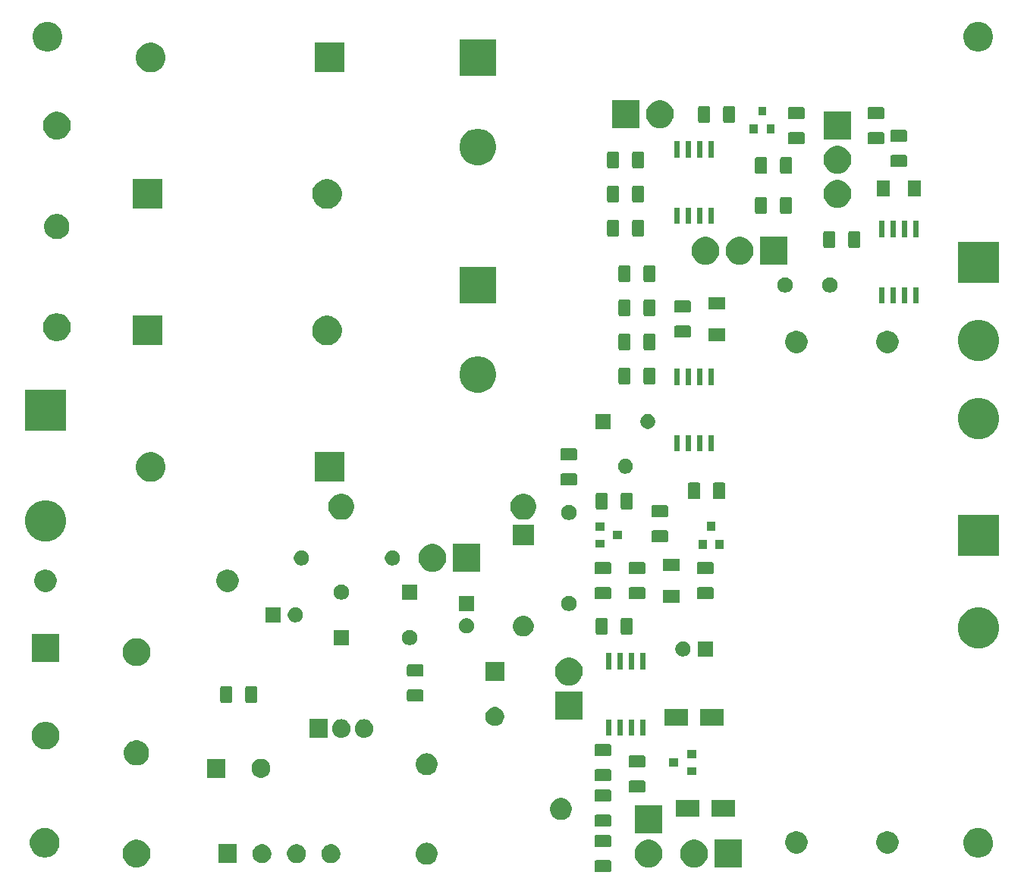
<source format=gbr>
G04 #@! TF.GenerationSoftware,KiCad,Pcbnew,(5.1.5)-3*
G04 #@! TF.CreationDate,2020-10-16T18:01:36+02:00*
G04 #@! TF.ProjectId,Laboratorn_ zdroj,4c61626f-7261-4746-9f72-6eed207a6472,rev?*
G04 #@! TF.SameCoordinates,Original*
G04 #@! TF.FileFunction,Soldermask,Top*
G04 #@! TF.FilePolarity,Negative*
%FSLAX46Y46*%
G04 Gerber Fmt 4.6, Leading zero omitted, Abs format (unit mm)*
G04 Created by KiCad (PCBNEW (5.1.5)-3) date 2020-10-16 18:01:36*
%MOMM*%
%LPD*%
G04 APERTURE LIST*
%ADD10C,0.100000*%
G04 APERTURE END LIST*
D10*
G36*
X151898604Y-140428347D02*
G01*
X151935144Y-140439432D01*
X151968821Y-140457433D01*
X151998341Y-140481659D01*
X152022567Y-140511179D01*
X152040568Y-140544856D01*
X152051653Y-140581396D01*
X152056000Y-140625538D01*
X152056000Y-141574462D01*
X152051653Y-141618604D01*
X152040568Y-141655144D01*
X152022567Y-141688821D01*
X151998341Y-141718341D01*
X151968821Y-141742567D01*
X151935144Y-141760568D01*
X151898604Y-141771653D01*
X151854462Y-141776000D01*
X150405538Y-141776000D01*
X150361396Y-141771653D01*
X150324856Y-141760568D01*
X150291179Y-141742567D01*
X150261659Y-141718341D01*
X150237433Y-141688821D01*
X150219432Y-141655144D01*
X150208347Y-141618604D01*
X150204000Y-141574462D01*
X150204000Y-140625538D01*
X150208347Y-140581396D01*
X150219432Y-140544856D01*
X150237433Y-140511179D01*
X150261659Y-140481659D01*
X150291179Y-140457433D01*
X150324856Y-140439432D01*
X150361396Y-140428347D01*
X150405538Y-140424000D01*
X151854462Y-140424000D01*
X151898604Y-140428347D01*
G37*
G36*
X99362585Y-138178802D02*
G01*
X99512410Y-138208604D01*
X99794674Y-138325521D01*
X100048705Y-138495259D01*
X100264741Y-138711295D01*
X100434479Y-138965326D01*
X100551396Y-139247590D01*
X100611000Y-139547240D01*
X100611000Y-139852760D01*
X100551396Y-140152410D01*
X100434479Y-140434674D01*
X100264741Y-140688705D01*
X100048705Y-140904741D01*
X99794674Y-141074479D01*
X99512410Y-141191396D01*
X99362585Y-141221198D01*
X99212761Y-141251000D01*
X98907239Y-141251000D01*
X98757415Y-141221198D01*
X98607590Y-141191396D01*
X98325326Y-141074479D01*
X98071295Y-140904741D01*
X97855259Y-140688705D01*
X97685521Y-140434674D01*
X97568604Y-140152410D01*
X97509000Y-139852760D01*
X97509000Y-139547240D01*
X97568604Y-139247590D01*
X97685521Y-138965326D01*
X97855259Y-138711295D01*
X98071295Y-138495259D01*
X98325326Y-138325521D01*
X98607590Y-138208604D01*
X98757415Y-138178802D01*
X98907239Y-138149000D01*
X99212761Y-138149000D01*
X99362585Y-138178802D01*
G37*
G36*
X161642497Y-138188863D02*
G01*
X161742372Y-138208729D01*
X161859279Y-138257154D01*
X162024611Y-138325636D01*
X162278621Y-138495360D01*
X162494640Y-138711379D01*
X162664364Y-138965389D01*
X162729085Y-139121640D01*
X162781256Y-139247591D01*
X162781271Y-139247629D01*
X162840870Y-139547251D01*
X162840870Y-139852749D01*
X162822898Y-139943098D01*
X162781271Y-140152372D01*
X162732846Y-140269279D01*
X162664364Y-140434611D01*
X162494640Y-140688621D01*
X162278621Y-140904640D01*
X162024611Y-141074364D01*
X161859279Y-141142846D01*
X161742372Y-141191271D01*
X161642497Y-141211137D01*
X161442749Y-141250870D01*
X161137251Y-141250870D01*
X160937503Y-141211137D01*
X160837628Y-141191271D01*
X160720721Y-141142846D01*
X160555389Y-141074364D01*
X160301379Y-140904640D01*
X160085360Y-140688621D01*
X159915636Y-140434611D01*
X159847154Y-140269279D01*
X159798729Y-140152372D01*
X159757102Y-139943098D01*
X159739130Y-139852749D01*
X159739130Y-139547251D01*
X159798729Y-139247629D01*
X159798745Y-139247591D01*
X159850915Y-139121640D01*
X159915636Y-138965389D01*
X160085360Y-138711379D01*
X160301379Y-138495360D01*
X160555389Y-138325636D01*
X160720721Y-138257154D01*
X160837628Y-138208729D01*
X160937503Y-138188863D01*
X161137251Y-138149130D01*
X161442749Y-138149130D01*
X161642497Y-138188863D01*
G37*
G36*
X156562497Y-138188863D02*
G01*
X156662372Y-138208729D01*
X156779279Y-138257154D01*
X156944611Y-138325636D01*
X157198621Y-138495360D01*
X157414640Y-138711379D01*
X157584364Y-138965389D01*
X157649085Y-139121640D01*
X157701256Y-139247591D01*
X157701271Y-139247629D01*
X157760870Y-139547251D01*
X157760870Y-139852749D01*
X157742898Y-139943098D01*
X157701271Y-140152372D01*
X157652846Y-140269279D01*
X157584364Y-140434611D01*
X157414640Y-140688621D01*
X157198621Y-140904640D01*
X156944611Y-141074364D01*
X156779279Y-141142846D01*
X156662372Y-141191271D01*
X156562497Y-141211137D01*
X156362749Y-141250870D01*
X156057251Y-141250870D01*
X155857503Y-141211137D01*
X155757628Y-141191271D01*
X155640721Y-141142846D01*
X155475389Y-141074364D01*
X155221379Y-140904640D01*
X155005360Y-140688621D01*
X154835636Y-140434611D01*
X154767154Y-140269279D01*
X154718729Y-140152372D01*
X154677102Y-139943098D01*
X154659130Y-139852749D01*
X154659130Y-139547251D01*
X154718729Y-139247629D01*
X154718745Y-139247591D01*
X154770915Y-139121640D01*
X154835636Y-138965389D01*
X155005360Y-138711379D01*
X155221379Y-138495360D01*
X155475389Y-138325636D01*
X155640721Y-138257154D01*
X155757628Y-138208729D01*
X155857503Y-138188863D01*
X156057251Y-138149130D01*
X156362749Y-138149130D01*
X156562497Y-138188863D01*
G37*
G36*
X166650870Y-141250870D02*
G01*
X163549130Y-141250870D01*
X163549130Y-138149130D01*
X166650870Y-138149130D01*
X166650870Y-141250870D01*
G37*
G36*
X131647506Y-138495360D02*
G01*
X131801153Y-138525922D01*
X131867041Y-138553214D01*
X132023359Y-138617963D01*
X132223342Y-138751587D01*
X132393413Y-138921658D01*
X132527037Y-139121641D01*
X132560391Y-139202165D01*
X132619078Y-139343847D01*
X132666000Y-139579742D01*
X132666000Y-139820258D01*
X132628942Y-140006565D01*
X132619078Y-140056152D01*
X132527037Y-140278359D01*
X132393413Y-140478342D01*
X132223342Y-140648413D01*
X132023359Y-140782037D01*
X131893194Y-140835953D01*
X131801153Y-140874078D01*
X131565259Y-140921000D01*
X131324741Y-140921000D01*
X131088847Y-140874078D01*
X130996806Y-140835953D01*
X130866641Y-140782037D01*
X130666658Y-140648413D01*
X130496587Y-140478342D01*
X130362963Y-140278359D01*
X130270922Y-140056152D01*
X130261059Y-140006565D01*
X130224000Y-139820258D01*
X130224000Y-139579742D01*
X130270922Y-139343847D01*
X130329609Y-139202165D01*
X130362963Y-139121641D01*
X130496587Y-138921658D01*
X130666658Y-138751587D01*
X130866641Y-138617963D01*
X131022959Y-138553214D01*
X131088847Y-138525922D01*
X131242494Y-138495360D01*
X131324741Y-138479000D01*
X131565259Y-138479000D01*
X131647506Y-138495360D01*
G37*
G36*
X121076564Y-138689389D02*
G01*
X121267833Y-138768615D01*
X121267835Y-138768616D01*
X121439973Y-138883635D01*
X121586365Y-139030027D01*
X121647580Y-139121641D01*
X121701385Y-139202167D01*
X121780611Y-139393436D01*
X121821000Y-139596484D01*
X121821000Y-139803516D01*
X121780611Y-140006564D01*
X121720200Y-140152409D01*
X121701384Y-140197835D01*
X121586365Y-140369973D01*
X121439973Y-140516365D01*
X121267835Y-140631384D01*
X121267834Y-140631385D01*
X121267833Y-140631385D01*
X121076564Y-140710611D01*
X120873516Y-140751000D01*
X120666484Y-140751000D01*
X120463436Y-140710611D01*
X120272167Y-140631385D01*
X120272166Y-140631385D01*
X120272165Y-140631384D01*
X120100027Y-140516365D01*
X119953635Y-140369973D01*
X119838616Y-140197835D01*
X119819800Y-140152409D01*
X119759389Y-140006564D01*
X119719000Y-139803516D01*
X119719000Y-139596484D01*
X119759389Y-139393436D01*
X119838615Y-139202167D01*
X119892421Y-139121641D01*
X119953635Y-139030027D01*
X120100027Y-138883635D01*
X120272165Y-138768616D01*
X120272167Y-138768615D01*
X120463436Y-138689389D01*
X120666484Y-138649000D01*
X120873516Y-138649000D01*
X121076564Y-138689389D01*
G37*
G36*
X117226564Y-138689389D02*
G01*
X117417833Y-138768615D01*
X117417835Y-138768616D01*
X117589973Y-138883635D01*
X117736365Y-139030027D01*
X117797580Y-139121641D01*
X117851385Y-139202167D01*
X117930611Y-139393436D01*
X117971000Y-139596484D01*
X117971000Y-139803516D01*
X117930611Y-140006564D01*
X117870200Y-140152409D01*
X117851384Y-140197835D01*
X117736365Y-140369973D01*
X117589973Y-140516365D01*
X117417835Y-140631384D01*
X117417834Y-140631385D01*
X117417833Y-140631385D01*
X117226564Y-140710611D01*
X117023516Y-140751000D01*
X116816484Y-140751000D01*
X116613436Y-140710611D01*
X116422167Y-140631385D01*
X116422166Y-140631385D01*
X116422165Y-140631384D01*
X116250027Y-140516365D01*
X116103635Y-140369973D01*
X115988616Y-140197835D01*
X115969800Y-140152409D01*
X115909389Y-140006564D01*
X115869000Y-139803516D01*
X115869000Y-139596484D01*
X115909389Y-139393436D01*
X115988615Y-139202167D01*
X116042421Y-139121641D01*
X116103635Y-139030027D01*
X116250027Y-138883635D01*
X116422165Y-138768616D01*
X116422167Y-138768615D01*
X116613436Y-138689389D01*
X116816484Y-138649000D01*
X117023516Y-138649000D01*
X117226564Y-138689389D01*
G37*
G36*
X110271000Y-140751000D02*
G01*
X108169000Y-140751000D01*
X108169000Y-138649000D01*
X110271000Y-138649000D01*
X110271000Y-140751000D01*
G37*
G36*
X113376564Y-138689389D02*
G01*
X113567833Y-138768615D01*
X113567835Y-138768616D01*
X113739973Y-138883635D01*
X113886365Y-139030027D01*
X113947580Y-139121641D01*
X114001385Y-139202167D01*
X114080611Y-139393436D01*
X114121000Y-139596484D01*
X114121000Y-139803516D01*
X114080611Y-140006564D01*
X114020200Y-140152409D01*
X114001384Y-140197835D01*
X113886365Y-140369973D01*
X113739973Y-140516365D01*
X113567835Y-140631384D01*
X113567834Y-140631385D01*
X113567833Y-140631385D01*
X113376564Y-140710611D01*
X113173516Y-140751000D01*
X112966484Y-140751000D01*
X112763436Y-140710611D01*
X112572167Y-140631385D01*
X112572166Y-140631385D01*
X112572165Y-140631384D01*
X112400027Y-140516365D01*
X112253635Y-140369973D01*
X112138616Y-140197835D01*
X112119800Y-140152409D01*
X112059389Y-140006564D01*
X112019000Y-139803516D01*
X112019000Y-139596484D01*
X112059389Y-139393436D01*
X112138615Y-139202167D01*
X112192421Y-139121641D01*
X112253635Y-139030027D01*
X112400027Y-138883635D01*
X112572165Y-138768616D01*
X112572167Y-138768615D01*
X112763436Y-138689389D01*
X112966484Y-138649000D01*
X113173516Y-138649000D01*
X113376564Y-138689389D01*
G37*
G36*
X89195256Y-136871298D02*
G01*
X89301579Y-136892447D01*
X89602042Y-137016903D01*
X89872451Y-137197585D01*
X90102415Y-137427549D01*
X90239382Y-137632534D01*
X90283098Y-137697960D01*
X90407553Y-137998422D01*
X90471000Y-138317389D01*
X90471000Y-138642611D01*
X90428724Y-138855144D01*
X90407553Y-138961579D01*
X90382290Y-139022569D01*
X90289068Y-139247628D01*
X90283097Y-139262042D01*
X90102415Y-139532451D01*
X89872451Y-139762415D01*
X89602042Y-139943097D01*
X89301579Y-140067553D01*
X89195256Y-140088702D01*
X88982611Y-140131000D01*
X88657389Y-140131000D01*
X88444744Y-140088702D01*
X88338421Y-140067553D01*
X88037958Y-139943097D01*
X87767549Y-139762415D01*
X87537585Y-139532451D01*
X87356903Y-139262042D01*
X87350933Y-139247628D01*
X87257710Y-139022569D01*
X87232447Y-138961579D01*
X87211276Y-138855144D01*
X87169000Y-138642611D01*
X87169000Y-138317389D01*
X87232447Y-137998422D01*
X87356902Y-137697960D01*
X87400618Y-137632534D01*
X87537585Y-137427549D01*
X87767549Y-137197585D01*
X88037958Y-137016903D01*
X88338421Y-136892447D01*
X88444744Y-136871298D01*
X88657389Y-136829000D01*
X88982611Y-136829000D01*
X89195256Y-136871298D01*
G37*
G36*
X193395256Y-136871298D02*
G01*
X193501579Y-136892447D01*
X193802042Y-137016903D01*
X194072451Y-137197585D01*
X194302415Y-137427549D01*
X194439382Y-137632534D01*
X194483098Y-137697960D01*
X194607553Y-137998422D01*
X194671000Y-138317389D01*
X194671000Y-138642611D01*
X194628724Y-138855144D01*
X194607553Y-138961579D01*
X194582290Y-139022569D01*
X194489068Y-139247628D01*
X194483097Y-139262042D01*
X194302415Y-139532451D01*
X194072451Y-139762415D01*
X193802042Y-139943097D01*
X193501579Y-140067553D01*
X193395256Y-140088702D01*
X193182611Y-140131000D01*
X192857389Y-140131000D01*
X192644744Y-140088702D01*
X192538421Y-140067553D01*
X192237958Y-139943097D01*
X191967549Y-139762415D01*
X191737585Y-139532451D01*
X191556903Y-139262042D01*
X191550933Y-139247628D01*
X191457710Y-139022569D01*
X191432447Y-138961579D01*
X191411276Y-138855144D01*
X191369000Y-138642611D01*
X191369000Y-138317389D01*
X191432447Y-137998422D01*
X191556902Y-137697960D01*
X191600618Y-137632534D01*
X191737585Y-137427549D01*
X191967549Y-137197585D01*
X192237958Y-137016903D01*
X192538421Y-136892447D01*
X192644744Y-136871298D01*
X192857389Y-136829000D01*
X193182611Y-136829000D01*
X193395256Y-136871298D01*
G37*
G36*
X183244903Y-137227075D02*
G01*
X183472571Y-137321378D01*
X183677466Y-137458285D01*
X183851715Y-137632534D01*
X183988622Y-137837429D01*
X183988623Y-137837431D01*
X184082925Y-138065097D01*
X184131000Y-138306786D01*
X184131000Y-138553214D01*
X184082925Y-138794903D01*
X184014305Y-138960568D01*
X183988622Y-139022571D01*
X183851715Y-139227466D01*
X183677466Y-139401715D01*
X183472571Y-139538622D01*
X183472570Y-139538623D01*
X183472569Y-139538623D01*
X183244903Y-139632925D01*
X183003214Y-139681000D01*
X182756786Y-139681000D01*
X182515097Y-139632925D01*
X182287431Y-139538623D01*
X182287430Y-139538623D01*
X182287429Y-139538622D01*
X182082534Y-139401715D01*
X181908285Y-139227466D01*
X181771378Y-139022571D01*
X181745696Y-138960568D01*
X181677075Y-138794903D01*
X181629000Y-138553214D01*
X181629000Y-138306786D01*
X181677075Y-138065097D01*
X181771377Y-137837431D01*
X181771378Y-137837429D01*
X181908285Y-137632534D01*
X182082534Y-137458285D01*
X182287429Y-137321378D01*
X182515097Y-137227075D01*
X182756786Y-137179000D01*
X183003214Y-137179000D01*
X183244903Y-137227075D01*
G37*
G36*
X173084903Y-137227075D02*
G01*
X173312571Y-137321378D01*
X173517466Y-137458285D01*
X173691715Y-137632534D01*
X173828622Y-137837429D01*
X173828623Y-137837431D01*
X173922925Y-138065097D01*
X173971000Y-138306786D01*
X173971000Y-138553214D01*
X173922925Y-138794903D01*
X173854305Y-138960568D01*
X173828622Y-139022571D01*
X173691715Y-139227466D01*
X173517466Y-139401715D01*
X173312571Y-139538622D01*
X173312570Y-139538623D01*
X173312569Y-139538623D01*
X173084903Y-139632925D01*
X172843214Y-139681000D01*
X172596786Y-139681000D01*
X172355097Y-139632925D01*
X172127431Y-139538623D01*
X172127430Y-139538623D01*
X172127429Y-139538622D01*
X171922534Y-139401715D01*
X171748285Y-139227466D01*
X171611378Y-139022571D01*
X171585696Y-138960568D01*
X171517075Y-138794903D01*
X171469000Y-138553214D01*
X171469000Y-138306786D01*
X171517075Y-138065097D01*
X171611377Y-137837431D01*
X171611378Y-137837429D01*
X171748285Y-137632534D01*
X171922534Y-137458285D01*
X172127429Y-137321378D01*
X172355097Y-137227075D01*
X172596786Y-137179000D01*
X172843214Y-137179000D01*
X173084903Y-137227075D01*
G37*
G36*
X151898604Y-137628347D02*
G01*
X151935144Y-137639432D01*
X151968821Y-137657433D01*
X151998341Y-137681659D01*
X152022567Y-137711179D01*
X152040568Y-137744856D01*
X152051653Y-137781396D01*
X152056000Y-137825538D01*
X152056000Y-138774462D01*
X152051653Y-138818604D01*
X152040568Y-138855144D01*
X152022567Y-138888821D01*
X151998341Y-138918341D01*
X151968821Y-138942567D01*
X151935144Y-138960568D01*
X151898604Y-138971653D01*
X151854462Y-138976000D01*
X150405538Y-138976000D01*
X150361396Y-138971653D01*
X150324856Y-138960568D01*
X150291179Y-138942567D01*
X150261659Y-138918341D01*
X150237433Y-138888821D01*
X150219432Y-138855144D01*
X150208347Y-138818604D01*
X150204000Y-138774462D01*
X150204000Y-137825538D01*
X150208347Y-137781396D01*
X150219432Y-137744856D01*
X150237433Y-137711179D01*
X150261659Y-137681659D01*
X150291179Y-137657433D01*
X150324856Y-137639432D01*
X150361396Y-137628347D01*
X150405538Y-137624000D01*
X151854462Y-137624000D01*
X151898604Y-137628347D01*
G37*
G36*
X157760870Y-137440870D02*
G01*
X154659130Y-137440870D01*
X154659130Y-134339130D01*
X157760870Y-134339130D01*
X157760870Y-137440870D01*
G37*
G36*
X151898604Y-135348347D02*
G01*
X151935144Y-135359432D01*
X151968821Y-135377433D01*
X151998341Y-135401659D01*
X152022567Y-135431179D01*
X152040568Y-135464856D01*
X152051653Y-135501396D01*
X152056000Y-135545538D01*
X152056000Y-136494462D01*
X152051653Y-136538604D01*
X152040568Y-136575144D01*
X152022567Y-136608821D01*
X151998341Y-136638341D01*
X151968821Y-136662567D01*
X151935144Y-136680568D01*
X151898604Y-136691653D01*
X151854462Y-136696000D01*
X150405538Y-136696000D01*
X150361396Y-136691653D01*
X150324856Y-136680568D01*
X150291179Y-136662567D01*
X150261659Y-136638341D01*
X150237433Y-136608821D01*
X150219432Y-136575144D01*
X150208347Y-136538604D01*
X150204000Y-136494462D01*
X150204000Y-135545538D01*
X150208347Y-135501396D01*
X150219432Y-135464856D01*
X150237433Y-135431179D01*
X150261659Y-135401659D01*
X150291179Y-135377433D01*
X150324856Y-135359432D01*
X150361396Y-135348347D01*
X150405538Y-135344000D01*
X151854462Y-135344000D01*
X151898604Y-135348347D01*
G37*
G36*
X146801153Y-133525922D02*
G01*
X146893194Y-133564047D01*
X147023359Y-133617963D01*
X147223342Y-133751587D01*
X147393413Y-133921658D01*
X147527037Y-134121641D01*
X147619078Y-134343848D01*
X147666000Y-134579741D01*
X147666000Y-134820259D01*
X147619078Y-135056152D01*
X147527037Y-135278359D01*
X147393413Y-135478342D01*
X147223342Y-135648413D01*
X147023359Y-135782037D01*
X146893194Y-135835953D01*
X146801153Y-135874078D01*
X146683205Y-135897539D01*
X146565259Y-135921000D01*
X146324741Y-135921000D01*
X146206795Y-135897539D01*
X146088847Y-135874078D01*
X145996806Y-135835953D01*
X145866641Y-135782037D01*
X145666658Y-135648413D01*
X145496587Y-135478342D01*
X145362963Y-135278359D01*
X145270922Y-135056152D01*
X145224000Y-134820259D01*
X145224000Y-134579741D01*
X145270922Y-134343848D01*
X145362963Y-134121641D01*
X145496587Y-133921658D01*
X145666658Y-133751587D01*
X145866641Y-133617963D01*
X145996806Y-133564047D01*
X146088847Y-133525922D01*
X146324741Y-133479000D01*
X146565259Y-133479000D01*
X146801153Y-133525922D01*
G37*
G36*
X165861000Y-135571000D02*
G01*
X163259000Y-135571000D01*
X163259000Y-133669000D01*
X165861000Y-133669000D01*
X165861000Y-135571000D01*
G37*
G36*
X161861000Y-135571000D02*
G01*
X159259000Y-135571000D01*
X159259000Y-133669000D01*
X161861000Y-133669000D01*
X161861000Y-135571000D01*
G37*
G36*
X151898604Y-132548347D02*
G01*
X151935144Y-132559432D01*
X151968821Y-132577433D01*
X151998341Y-132601659D01*
X152022567Y-132631179D01*
X152040568Y-132664856D01*
X152051653Y-132701396D01*
X152056000Y-132745538D01*
X152056000Y-133694462D01*
X152051653Y-133738604D01*
X152040568Y-133775144D01*
X152022567Y-133808821D01*
X151998341Y-133838341D01*
X151968821Y-133862567D01*
X151935144Y-133880568D01*
X151898604Y-133891653D01*
X151854462Y-133896000D01*
X150405538Y-133896000D01*
X150361396Y-133891653D01*
X150324856Y-133880568D01*
X150291179Y-133862567D01*
X150261659Y-133838341D01*
X150237433Y-133808821D01*
X150219432Y-133775144D01*
X150208347Y-133738604D01*
X150204000Y-133694462D01*
X150204000Y-132745538D01*
X150208347Y-132701396D01*
X150219432Y-132664856D01*
X150237433Y-132631179D01*
X150261659Y-132601659D01*
X150291179Y-132577433D01*
X150324856Y-132559432D01*
X150361396Y-132548347D01*
X150405538Y-132544000D01*
X151854462Y-132544000D01*
X151898604Y-132548347D01*
G37*
G36*
X155708604Y-131538347D02*
G01*
X155745144Y-131549432D01*
X155778821Y-131567433D01*
X155808341Y-131591659D01*
X155832567Y-131621179D01*
X155850568Y-131654856D01*
X155861653Y-131691396D01*
X155866000Y-131735538D01*
X155866000Y-132684462D01*
X155861653Y-132728604D01*
X155850568Y-132765144D01*
X155832567Y-132798821D01*
X155808341Y-132828341D01*
X155778821Y-132852567D01*
X155745144Y-132870568D01*
X155708604Y-132881653D01*
X155664462Y-132886000D01*
X154215538Y-132886000D01*
X154171396Y-132881653D01*
X154134856Y-132870568D01*
X154101179Y-132852567D01*
X154071659Y-132828341D01*
X154047433Y-132798821D01*
X154029432Y-132765144D01*
X154018347Y-132728604D01*
X154014000Y-132684462D01*
X154014000Y-131735538D01*
X154018347Y-131691396D01*
X154029432Y-131654856D01*
X154047433Y-131621179D01*
X154071659Y-131591659D01*
X154101179Y-131567433D01*
X154134856Y-131549432D01*
X154171396Y-131538347D01*
X154215538Y-131534000D01*
X155664462Y-131534000D01*
X155708604Y-131538347D01*
G37*
G36*
X151898604Y-130268347D02*
G01*
X151935144Y-130279432D01*
X151968821Y-130297433D01*
X151998341Y-130321659D01*
X152022567Y-130351179D01*
X152040568Y-130384856D01*
X152051653Y-130421396D01*
X152056000Y-130465538D01*
X152056000Y-131414462D01*
X152051653Y-131458604D01*
X152040568Y-131495144D01*
X152022567Y-131528821D01*
X151998341Y-131558341D01*
X151968821Y-131582567D01*
X151935144Y-131600568D01*
X151898604Y-131611653D01*
X151854462Y-131616000D01*
X150405538Y-131616000D01*
X150361396Y-131611653D01*
X150324856Y-131600568D01*
X150291179Y-131582567D01*
X150261659Y-131558341D01*
X150237433Y-131528821D01*
X150219432Y-131495144D01*
X150208347Y-131458604D01*
X150204000Y-131414462D01*
X150204000Y-130465538D01*
X150208347Y-130421396D01*
X150219432Y-130384856D01*
X150237433Y-130351179D01*
X150261659Y-130321659D01*
X150291179Y-130297433D01*
X150324856Y-130279432D01*
X150361396Y-130268347D01*
X150405538Y-130264000D01*
X151854462Y-130264000D01*
X151898604Y-130268347D01*
G37*
G36*
X113256564Y-129164389D02*
G01*
X113447833Y-129243615D01*
X113447835Y-129243616D01*
X113596701Y-129343085D01*
X113619973Y-129358635D01*
X113766365Y-129505027D01*
X113881385Y-129677167D01*
X113960611Y-129868436D01*
X114001000Y-130071484D01*
X114001000Y-130278516D01*
X113960611Y-130481564D01*
X113891500Y-130648413D01*
X113881384Y-130672835D01*
X113766365Y-130844973D01*
X113619973Y-130991365D01*
X113447835Y-131106384D01*
X113447834Y-131106385D01*
X113447833Y-131106385D01*
X113256564Y-131185611D01*
X113053516Y-131226000D01*
X112846484Y-131226000D01*
X112643436Y-131185611D01*
X112452167Y-131106385D01*
X112452166Y-131106385D01*
X112452165Y-131106384D01*
X112280027Y-130991365D01*
X112133635Y-130844973D01*
X112018616Y-130672835D01*
X112008500Y-130648413D01*
X111939389Y-130481564D01*
X111899000Y-130278516D01*
X111899000Y-130071484D01*
X111939389Y-129868436D01*
X112018615Y-129677167D01*
X112133635Y-129505027D01*
X112280027Y-129358635D01*
X112303299Y-129343085D01*
X112452165Y-129243616D01*
X112452167Y-129243615D01*
X112643436Y-129164389D01*
X112846484Y-129124000D01*
X113053516Y-129124000D01*
X113256564Y-129164389D01*
G37*
G36*
X109001000Y-131226000D02*
G01*
X106899000Y-131226000D01*
X106899000Y-129124000D01*
X109001000Y-129124000D01*
X109001000Y-131226000D01*
G37*
G36*
X161521000Y-130941000D02*
G01*
X160519000Y-130941000D01*
X160519000Y-130039000D01*
X161521000Y-130039000D01*
X161521000Y-130941000D01*
G37*
G36*
X131683205Y-128502461D02*
G01*
X131801153Y-128525922D01*
X131848659Y-128545600D01*
X132023359Y-128617963D01*
X132223342Y-128751587D01*
X132393413Y-128921658D01*
X132527037Y-129121641D01*
X132544744Y-129164390D01*
X132618763Y-129343086D01*
X132619078Y-129343848D01*
X132657743Y-129538228D01*
X132666000Y-129579742D01*
X132666000Y-129820258D01*
X132619078Y-130056153D01*
X132608867Y-130080804D01*
X132527037Y-130278359D01*
X132393413Y-130478342D01*
X132223342Y-130648413D01*
X132023359Y-130782037D01*
X131893194Y-130835953D01*
X131801153Y-130874078D01*
X131565259Y-130921000D01*
X131324741Y-130921000D01*
X131088847Y-130874078D01*
X130996806Y-130835953D01*
X130866641Y-130782037D01*
X130666658Y-130648413D01*
X130496587Y-130478342D01*
X130362963Y-130278359D01*
X130281133Y-130080804D01*
X130270922Y-130056153D01*
X130224000Y-129820258D01*
X130224000Y-129579742D01*
X130232258Y-129538228D01*
X130270922Y-129343848D01*
X130271238Y-129343086D01*
X130345256Y-129164390D01*
X130362963Y-129121641D01*
X130496587Y-128921658D01*
X130666658Y-128751587D01*
X130866641Y-128617963D01*
X131041341Y-128545600D01*
X131088847Y-128525922D01*
X131206795Y-128502461D01*
X131324741Y-128479000D01*
X131565259Y-128479000D01*
X131683205Y-128502461D01*
G37*
G36*
X155708604Y-128738347D02*
G01*
X155745144Y-128749432D01*
X155778821Y-128767433D01*
X155808341Y-128791659D01*
X155832567Y-128821179D01*
X155850568Y-128854856D01*
X155861653Y-128891396D01*
X155866000Y-128935538D01*
X155866000Y-129884462D01*
X155861653Y-129928604D01*
X155850568Y-129965144D01*
X155832567Y-129998821D01*
X155808341Y-130028341D01*
X155778821Y-130052567D01*
X155745144Y-130070568D01*
X155708604Y-130081653D01*
X155664462Y-130086000D01*
X154215538Y-130086000D01*
X154171396Y-130081653D01*
X154134856Y-130070568D01*
X154101179Y-130052567D01*
X154071659Y-130028341D01*
X154047433Y-129998821D01*
X154029432Y-129965144D01*
X154018347Y-129928604D01*
X154014000Y-129884462D01*
X154014000Y-128935538D01*
X154018347Y-128891396D01*
X154029432Y-128854856D01*
X154047433Y-128821179D01*
X154071659Y-128791659D01*
X154101179Y-128767433D01*
X154134856Y-128749432D01*
X154171396Y-128738347D01*
X154215538Y-128734000D01*
X155664462Y-128734000D01*
X155708604Y-128738347D01*
G37*
G36*
X159521000Y-129991000D02*
G01*
X158519000Y-129991000D01*
X158519000Y-129089000D01*
X159521000Y-129089000D01*
X159521000Y-129991000D01*
G37*
G36*
X99378433Y-127084893D02*
G01*
X99468657Y-127102839D01*
X99574267Y-127146585D01*
X99723621Y-127208449D01*
X99723622Y-127208450D01*
X99953086Y-127361772D01*
X100148228Y-127556914D01*
X100166442Y-127584174D01*
X100301551Y-127786379D01*
X100407161Y-128041344D01*
X100461000Y-128312012D01*
X100461000Y-128587988D01*
X100431399Y-128736802D01*
X100407161Y-128858657D01*
X100368642Y-128951648D01*
X100301551Y-129113621D01*
X100301550Y-129113622D01*
X100148228Y-129343086D01*
X99953086Y-129538228D01*
X99799763Y-129640675D01*
X99723621Y-129691551D01*
X99574267Y-129753415D01*
X99468657Y-129797161D01*
X99378433Y-129815107D01*
X99197988Y-129851000D01*
X98922012Y-129851000D01*
X98741567Y-129815107D01*
X98651343Y-129797161D01*
X98545733Y-129753415D01*
X98396379Y-129691551D01*
X98320237Y-129640675D01*
X98166914Y-129538228D01*
X97971772Y-129343086D01*
X97818450Y-129113622D01*
X97818449Y-129113621D01*
X97751358Y-128951648D01*
X97712839Y-128858657D01*
X97688601Y-128736802D01*
X97659000Y-128587988D01*
X97659000Y-128312012D01*
X97712839Y-128041344D01*
X97818449Y-127786379D01*
X97953558Y-127584174D01*
X97971772Y-127556914D01*
X98166914Y-127361772D01*
X98396378Y-127208450D01*
X98396379Y-127208449D01*
X98545733Y-127146585D01*
X98651343Y-127102839D01*
X98741567Y-127084893D01*
X98922012Y-127049000D01*
X99197988Y-127049000D01*
X99378433Y-127084893D01*
G37*
G36*
X161521000Y-129041000D02*
G01*
X160519000Y-129041000D01*
X160519000Y-128139000D01*
X161521000Y-128139000D01*
X161521000Y-129041000D01*
G37*
G36*
X151898604Y-127468347D02*
G01*
X151935144Y-127479432D01*
X151968821Y-127497433D01*
X151998341Y-127521659D01*
X152022567Y-127551179D01*
X152040568Y-127584856D01*
X152051653Y-127621396D01*
X152056000Y-127665538D01*
X152056000Y-128614462D01*
X152051653Y-128658604D01*
X152040568Y-128695144D01*
X152022567Y-128728821D01*
X151998341Y-128758341D01*
X151968821Y-128782567D01*
X151935144Y-128800568D01*
X151898604Y-128811653D01*
X151854462Y-128816000D01*
X150405538Y-128816000D01*
X150361396Y-128811653D01*
X150324856Y-128800568D01*
X150291179Y-128782567D01*
X150261659Y-128758341D01*
X150237433Y-128728821D01*
X150219432Y-128695144D01*
X150208347Y-128658604D01*
X150204000Y-128614462D01*
X150204000Y-127665538D01*
X150208347Y-127621396D01*
X150219432Y-127584856D01*
X150237433Y-127551179D01*
X150261659Y-127521659D01*
X150291179Y-127497433D01*
X150324856Y-127479432D01*
X150361396Y-127468347D01*
X150405538Y-127464000D01*
X151854462Y-127464000D01*
X151898604Y-127468347D01*
G37*
G36*
X89252497Y-125006863D02*
G01*
X89352372Y-125026729D01*
X89469279Y-125075154D01*
X89634611Y-125143636D01*
X89888621Y-125313360D01*
X90104640Y-125529379D01*
X90274364Y-125783389D01*
X90391271Y-126065629D01*
X90450870Y-126365251D01*
X90450870Y-126670749D01*
X90391271Y-126970371D01*
X90274364Y-127252611D01*
X90104640Y-127506621D01*
X89888621Y-127722640D01*
X89634611Y-127892364D01*
X89469279Y-127960846D01*
X89352372Y-128009271D01*
X89252497Y-128029137D01*
X89052749Y-128068870D01*
X88747251Y-128068870D01*
X88547503Y-128029137D01*
X88447628Y-128009271D01*
X88330721Y-127960846D01*
X88165389Y-127892364D01*
X87911379Y-127722640D01*
X87695360Y-127506621D01*
X87525636Y-127252611D01*
X87408729Y-126970371D01*
X87349130Y-126670749D01*
X87349130Y-126365251D01*
X87408729Y-126065629D01*
X87525636Y-125783389D01*
X87695360Y-125529379D01*
X87911379Y-125313360D01*
X88165389Y-125143636D01*
X88330721Y-125075154D01*
X88447628Y-125026729D01*
X88547503Y-125006863D01*
X88747251Y-124967130D01*
X89052749Y-124967130D01*
X89252497Y-125006863D01*
G37*
G36*
X124656719Y-124693520D02*
G01*
X124845880Y-124750901D01*
X124845883Y-124750902D01*
X124938333Y-124800318D01*
X125020212Y-124844083D01*
X125173015Y-124969485D01*
X125298417Y-125122288D01*
X125391599Y-125296619D01*
X125448980Y-125485780D01*
X125463500Y-125633206D01*
X125463500Y-125826793D01*
X125448980Y-125974219D01*
X125421251Y-126065629D01*
X125391598Y-126163383D01*
X125342182Y-126255833D01*
X125298417Y-126337712D01*
X125173015Y-126490515D01*
X125020212Y-126615917D01*
X124845881Y-126709099D01*
X124656720Y-126766480D01*
X124460000Y-126785855D01*
X124263281Y-126766480D01*
X124074120Y-126709099D01*
X123899788Y-126615917D01*
X123746985Y-126490515D01*
X123621583Y-126337712D01*
X123528401Y-126163381D01*
X123471020Y-125974220D01*
X123456500Y-125826794D01*
X123456500Y-125633207D01*
X123471020Y-125485781D01*
X123528401Y-125296620D01*
X123528402Y-125296617D01*
X123610172Y-125143637D01*
X123621583Y-125122288D01*
X123746985Y-124969485D01*
X123899788Y-124844083D01*
X124074119Y-124750901D01*
X124263280Y-124693520D01*
X124460000Y-124674145D01*
X124656719Y-124693520D01*
G37*
G36*
X122116719Y-124693520D02*
G01*
X122305880Y-124750901D01*
X122305883Y-124750902D01*
X122398333Y-124800318D01*
X122480212Y-124844083D01*
X122633015Y-124969485D01*
X122758417Y-125122288D01*
X122851599Y-125296619D01*
X122908980Y-125485780D01*
X122923500Y-125633206D01*
X122923500Y-125826793D01*
X122908980Y-125974219D01*
X122881251Y-126065629D01*
X122851598Y-126163383D01*
X122802182Y-126255833D01*
X122758417Y-126337712D01*
X122633015Y-126490515D01*
X122480212Y-126615917D01*
X122305881Y-126709099D01*
X122116720Y-126766480D01*
X121920000Y-126785855D01*
X121723281Y-126766480D01*
X121534120Y-126709099D01*
X121359788Y-126615917D01*
X121206985Y-126490515D01*
X121081583Y-126337712D01*
X120988401Y-126163381D01*
X120931020Y-125974220D01*
X120916500Y-125826794D01*
X120916500Y-125633207D01*
X120931020Y-125485781D01*
X120988401Y-125296620D01*
X120988402Y-125296617D01*
X121070172Y-125143637D01*
X121081583Y-125122288D01*
X121206985Y-124969485D01*
X121359788Y-124844083D01*
X121534119Y-124750901D01*
X121723280Y-124693520D01*
X121920000Y-124674145D01*
X122116719Y-124693520D01*
G37*
G36*
X120383500Y-126781000D02*
G01*
X118376500Y-126781000D01*
X118376500Y-124679000D01*
X120383500Y-124679000D01*
X120383500Y-126781000D01*
G37*
G36*
X155901000Y-126546000D02*
G01*
X155249000Y-126546000D01*
X155249000Y-124694000D01*
X155901000Y-124694000D01*
X155901000Y-126546000D01*
G37*
G36*
X154631000Y-126546000D02*
G01*
X153979000Y-126546000D01*
X153979000Y-124694000D01*
X154631000Y-124694000D01*
X154631000Y-126546000D01*
G37*
G36*
X153361000Y-126546000D02*
G01*
X152709000Y-126546000D01*
X152709000Y-124694000D01*
X153361000Y-124694000D01*
X153361000Y-126546000D01*
G37*
G36*
X152091000Y-126546000D02*
G01*
X151439000Y-126546000D01*
X151439000Y-124694000D01*
X152091000Y-124694000D01*
X152091000Y-126546000D01*
G37*
G36*
X139371564Y-123369389D02*
G01*
X139562833Y-123448615D01*
X139562835Y-123448616D01*
X139653206Y-123509000D01*
X139734973Y-123563635D01*
X139881365Y-123710027D01*
X139996385Y-123882167D01*
X140075611Y-124073436D01*
X140116000Y-124276484D01*
X140116000Y-124483516D01*
X140075611Y-124686564D01*
X139996385Y-124877833D01*
X139996384Y-124877835D01*
X139881365Y-125049973D01*
X139734973Y-125196365D01*
X139562835Y-125311384D01*
X139562834Y-125311385D01*
X139562833Y-125311385D01*
X139371564Y-125390611D01*
X139168516Y-125431000D01*
X138961484Y-125431000D01*
X138758436Y-125390611D01*
X138567167Y-125311385D01*
X138567166Y-125311385D01*
X138567165Y-125311384D01*
X138395027Y-125196365D01*
X138248635Y-125049973D01*
X138133616Y-124877835D01*
X138133615Y-124877833D01*
X138054389Y-124686564D01*
X138014000Y-124483516D01*
X138014000Y-124276484D01*
X138054389Y-124073436D01*
X138133615Y-123882167D01*
X138248635Y-123710027D01*
X138395027Y-123563635D01*
X138476794Y-123509000D01*
X138567165Y-123448616D01*
X138567167Y-123448615D01*
X138758436Y-123369389D01*
X138961484Y-123329000D01*
X139168516Y-123329000D01*
X139371564Y-123369389D01*
G37*
G36*
X160591000Y-125411000D02*
G01*
X157989000Y-125411000D01*
X157989000Y-123509000D01*
X160591000Y-123509000D01*
X160591000Y-125411000D01*
G37*
G36*
X164591000Y-125411000D02*
G01*
X161989000Y-125411000D01*
X161989000Y-123509000D01*
X164591000Y-123509000D01*
X164591000Y-125411000D01*
G37*
G36*
X148870870Y-124740870D02*
G01*
X145769130Y-124740870D01*
X145769130Y-121639130D01*
X148870870Y-121639130D01*
X148870870Y-124740870D01*
G37*
G36*
X109608604Y-120998347D02*
G01*
X109645144Y-121009432D01*
X109678821Y-121027433D01*
X109708341Y-121051659D01*
X109732567Y-121081179D01*
X109750568Y-121114856D01*
X109761653Y-121151396D01*
X109766000Y-121195538D01*
X109766000Y-122644462D01*
X109761653Y-122688604D01*
X109750568Y-122725144D01*
X109732567Y-122758821D01*
X109708341Y-122788341D01*
X109678821Y-122812567D01*
X109645144Y-122830568D01*
X109608604Y-122841653D01*
X109564462Y-122846000D01*
X108615538Y-122846000D01*
X108571396Y-122841653D01*
X108534856Y-122830568D01*
X108501179Y-122812567D01*
X108471659Y-122788341D01*
X108447433Y-122758821D01*
X108429432Y-122725144D01*
X108418347Y-122688604D01*
X108414000Y-122644462D01*
X108414000Y-121195538D01*
X108418347Y-121151396D01*
X108429432Y-121114856D01*
X108447433Y-121081179D01*
X108471659Y-121051659D01*
X108501179Y-121027433D01*
X108534856Y-121009432D01*
X108571396Y-120998347D01*
X108615538Y-120994000D01*
X109564462Y-120994000D01*
X109608604Y-120998347D01*
G37*
G36*
X112408604Y-120998347D02*
G01*
X112445144Y-121009432D01*
X112478821Y-121027433D01*
X112508341Y-121051659D01*
X112532567Y-121081179D01*
X112550568Y-121114856D01*
X112561653Y-121151396D01*
X112566000Y-121195538D01*
X112566000Y-122644462D01*
X112561653Y-122688604D01*
X112550568Y-122725144D01*
X112532567Y-122758821D01*
X112508341Y-122788341D01*
X112478821Y-122812567D01*
X112445144Y-122830568D01*
X112408604Y-122841653D01*
X112364462Y-122846000D01*
X111415538Y-122846000D01*
X111371396Y-122841653D01*
X111334856Y-122830568D01*
X111301179Y-122812567D01*
X111271659Y-122788341D01*
X111247433Y-122758821D01*
X111229432Y-122725144D01*
X111218347Y-122688604D01*
X111214000Y-122644462D01*
X111214000Y-121195538D01*
X111218347Y-121151396D01*
X111229432Y-121114856D01*
X111247433Y-121081179D01*
X111271659Y-121051659D01*
X111301179Y-121027433D01*
X111334856Y-121009432D01*
X111371396Y-120998347D01*
X111415538Y-120994000D01*
X112364462Y-120994000D01*
X112408604Y-120998347D01*
G37*
G36*
X130943604Y-121378347D02*
G01*
X130980144Y-121389432D01*
X131013821Y-121407433D01*
X131043341Y-121431659D01*
X131067567Y-121461179D01*
X131085568Y-121494856D01*
X131096653Y-121531396D01*
X131101000Y-121575538D01*
X131101000Y-122524462D01*
X131096653Y-122568604D01*
X131085568Y-122605144D01*
X131067567Y-122638821D01*
X131043341Y-122668341D01*
X131013821Y-122692567D01*
X130980144Y-122710568D01*
X130943604Y-122721653D01*
X130899462Y-122726000D01*
X129450538Y-122726000D01*
X129406396Y-122721653D01*
X129369856Y-122710568D01*
X129336179Y-122692567D01*
X129306659Y-122668341D01*
X129282433Y-122638821D01*
X129264432Y-122605144D01*
X129253347Y-122568604D01*
X129249000Y-122524462D01*
X129249000Y-121575538D01*
X129253347Y-121531396D01*
X129264432Y-121494856D01*
X129282433Y-121461179D01*
X129306659Y-121431659D01*
X129336179Y-121407433D01*
X129369856Y-121389432D01*
X129406396Y-121378347D01*
X129450538Y-121374000D01*
X130899462Y-121374000D01*
X130943604Y-121378347D01*
G37*
G36*
X147672497Y-117868863D02*
G01*
X147772372Y-117888729D01*
X147883288Y-117934672D01*
X148054611Y-118005636D01*
X148308621Y-118175360D01*
X148524640Y-118391379D01*
X148694364Y-118645389D01*
X148729989Y-118731396D01*
X148811271Y-118927628D01*
X148870870Y-119227253D01*
X148870870Y-119532747D01*
X148811271Y-119832372D01*
X148805294Y-119846802D01*
X148694364Y-120114611D01*
X148524640Y-120368621D01*
X148308621Y-120584640D01*
X148054611Y-120754364D01*
X147889279Y-120822846D01*
X147772372Y-120871271D01*
X147672497Y-120891137D01*
X147472749Y-120930870D01*
X147167251Y-120930870D01*
X146967503Y-120891137D01*
X146867628Y-120871271D01*
X146750721Y-120822846D01*
X146585389Y-120754364D01*
X146331379Y-120584640D01*
X146115360Y-120368621D01*
X145945636Y-120114611D01*
X145834706Y-119846802D01*
X145828729Y-119832372D01*
X145769130Y-119532747D01*
X145769130Y-119227253D01*
X145828729Y-118927628D01*
X145910011Y-118731396D01*
X145945636Y-118645389D01*
X146115360Y-118391379D01*
X146331379Y-118175360D01*
X146585389Y-118005636D01*
X146756712Y-117934672D01*
X146867628Y-117888729D01*
X146967503Y-117868863D01*
X147167251Y-117829130D01*
X147472749Y-117829130D01*
X147672497Y-117868863D01*
G37*
G36*
X140116000Y-120431000D02*
G01*
X138014000Y-120431000D01*
X138014000Y-118329000D01*
X140116000Y-118329000D01*
X140116000Y-120431000D01*
G37*
G36*
X130943604Y-118578347D02*
G01*
X130980144Y-118589432D01*
X131013821Y-118607433D01*
X131043341Y-118631659D01*
X131067567Y-118661179D01*
X131085568Y-118694856D01*
X131096653Y-118731396D01*
X131101000Y-118775538D01*
X131101000Y-119724462D01*
X131096653Y-119768604D01*
X131085568Y-119805144D01*
X131067567Y-119838821D01*
X131043341Y-119868341D01*
X131013821Y-119892567D01*
X130980144Y-119910568D01*
X130943604Y-119921653D01*
X130899462Y-119926000D01*
X129450538Y-119926000D01*
X129406396Y-119921653D01*
X129369856Y-119910568D01*
X129336179Y-119892567D01*
X129306659Y-119868341D01*
X129282433Y-119838821D01*
X129264432Y-119805144D01*
X129253347Y-119768604D01*
X129249000Y-119724462D01*
X129249000Y-118775538D01*
X129253347Y-118731396D01*
X129264432Y-118694856D01*
X129282433Y-118661179D01*
X129306659Y-118631659D01*
X129336179Y-118607433D01*
X129369856Y-118589432D01*
X129406396Y-118578347D01*
X129450538Y-118574000D01*
X130899462Y-118574000D01*
X130943604Y-118578347D01*
G37*
G36*
X154631000Y-119146000D02*
G01*
X153979000Y-119146000D01*
X153979000Y-117294000D01*
X154631000Y-117294000D01*
X154631000Y-119146000D01*
G37*
G36*
X153361000Y-119146000D02*
G01*
X152709000Y-119146000D01*
X152709000Y-117294000D01*
X153361000Y-117294000D01*
X153361000Y-119146000D01*
G37*
G36*
X155901000Y-119146000D02*
G01*
X155249000Y-119146000D01*
X155249000Y-117294000D01*
X155901000Y-117294000D01*
X155901000Y-119146000D01*
G37*
G36*
X152091000Y-119146000D02*
G01*
X151439000Y-119146000D01*
X151439000Y-117294000D01*
X152091000Y-117294000D01*
X152091000Y-119146000D01*
G37*
G36*
X99362585Y-115678802D02*
G01*
X99512410Y-115708604D01*
X99794674Y-115825521D01*
X100048705Y-115995259D01*
X100264741Y-116211295D01*
X100434479Y-116465326D01*
X100551396Y-116747590D01*
X100560118Y-116791440D01*
X100586450Y-116923816D01*
X100611000Y-117047240D01*
X100611000Y-117352760D01*
X100551396Y-117652410D01*
X100434479Y-117934674D01*
X100264741Y-118188705D01*
X100048705Y-118404741D01*
X99794674Y-118574479D01*
X99512410Y-118691396D01*
X99362585Y-118721198D01*
X99212761Y-118751000D01*
X98907239Y-118751000D01*
X98757415Y-118721198D01*
X98607590Y-118691396D01*
X98325326Y-118574479D01*
X98071295Y-118404741D01*
X97855259Y-118188705D01*
X97685521Y-117934674D01*
X97568604Y-117652410D01*
X97509000Y-117352760D01*
X97509000Y-117047240D01*
X97533551Y-116923816D01*
X97559882Y-116791440D01*
X97568604Y-116747590D01*
X97685521Y-116465326D01*
X97855259Y-116211295D01*
X98071295Y-115995259D01*
X98325326Y-115825521D01*
X98607590Y-115708604D01*
X98757415Y-115678802D01*
X98907239Y-115649000D01*
X99212761Y-115649000D01*
X99362585Y-115678802D01*
G37*
G36*
X90450870Y-118258870D02*
G01*
X87349130Y-118258870D01*
X87349130Y-115157130D01*
X90450870Y-115157130D01*
X90450870Y-118258870D01*
G37*
G36*
X163411000Y-117691000D02*
G01*
X161709000Y-117691000D01*
X161709000Y-115989000D01*
X163411000Y-115989000D01*
X163411000Y-117691000D01*
G37*
G36*
X160308228Y-116021703D02*
G01*
X160463100Y-116085853D01*
X160602481Y-116178985D01*
X160721015Y-116297519D01*
X160814147Y-116436900D01*
X160878297Y-116591772D01*
X160911000Y-116756184D01*
X160911000Y-116923816D01*
X160878297Y-117088228D01*
X160814147Y-117243100D01*
X160721015Y-117382481D01*
X160602481Y-117501015D01*
X160463100Y-117594147D01*
X160308228Y-117658297D01*
X160143816Y-117691000D01*
X159976184Y-117691000D01*
X159811772Y-117658297D01*
X159656900Y-117594147D01*
X159517519Y-117501015D01*
X159398985Y-117382481D01*
X159305853Y-117243100D01*
X159241703Y-117088228D01*
X159209000Y-116923816D01*
X159209000Y-116756184D01*
X159241703Y-116591772D01*
X159305853Y-116436900D01*
X159398985Y-116297519D01*
X159517519Y-116178985D01*
X159656900Y-116085853D01*
X159811772Y-116021703D01*
X159976184Y-115989000D01*
X160143816Y-115989000D01*
X160308228Y-116021703D01*
G37*
G36*
X193711304Y-112277002D02*
G01*
X194058982Y-112421015D01*
X194130141Y-112450490D01*
X194507083Y-112702355D01*
X194827645Y-113022917D01*
X195075985Y-113394583D01*
X195079511Y-113399861D01*
X195252998Y-113818696D01*
X195341440Y-114263327D01*
X195341440Y-114716673D01*
X195252998Y-115161304D01*
X195133002Y-115451000D01*
X195079510Y-115580141D01*
X195030282Y-115653816D01*
X194827646Y-115957082D01*
X194507082Y-116277646D01*
X194341484Y-116388295D01*
X194130141Y-116529510D01*
X194130140Y-116529511D01*
X194130139Y-116529511D01*
X193711304Y-116702998D01*
X193266673Y-116791440D01*
X192813327Y-116791440D01*
X192368696Y-116702998D01*
X191949861Y-116529511D01*
X191949860Y-116529511D01*
X191949859Y-116529510D01*
X191738516Y-116388295D01*
X191572918Y-116277646D01*
X191252354Y-115957082D01*
X191049718Y-115653816D01*
X191000490Y-115580141D01*
X190946998Y-115451000D01*
X190827002Y-115161304D01*
X190738560Y-114716673D01*
X190738560Y-114263327D01*
X190827002Y-113818696D01*
X191000489Y-113399861D01*
X191004016Y-113394583D01*
X191252355Y-113022917D01*
X191572917Y-112702355D01*
X191949859Y-112450490D01*
X192021018Y-112421015D01*
X192368696Y-112277002D01*
X192813327Y-112188560D01*
X193266673Y-112188560D01*
X193711304Y-112277002D01*
G37*
G36*
X129788228Y-114751703D02*
G01*
X129943100Y-114815853D01*
X130082481Y-114908985D01*
X130201015Y-115027519D01*
X130294147Y-115166900D01*
X130358297Y-115321772D01*
X130391000Y-115486184D01*
X130391000Y-115653816D01*
X130358297Y-115818228D01*
X130294147Y-115973100D01*
X130201015Y-116112481D01*
X130082481Y-116231015D01*
X129943100Y-116324147D01*
X129788228Y-116388297D01*
X129623816Y-116421000D01*
X129456184Y-116421000D01*
X129291772Y-116388297D01*
X129136900Y-116324147D01*
X128997519Y-116231015D01*
X128878985Y-116112481D01*
X128785853Y-115973100D01*
X128721703Y-115818228D01*
X128689000Y-115653816D01*
X128689000Y-115486184D01*
X128721703Y-115321772D01*
X128785853Y-115166900D01*
X128878985Y-115027519D01*
X128997519Y-114908985D01*
X129136900Y-114815853D01*
X129291772Y-114751703D01*
X129456184Y-114719000D01*
X129623816Y-114719000D01*
X129788228Y-114751703D01*
G37*
G36*
X122771000Y-116421000D02*
G01*
X121069000Y-116421000D01*
X121069000Y-114719000D01*
X122771000Y-114719000D01*
X122771000Y-116421000D01*
G37*
G36*
X142464549Y-113171116D02*
G01*
X142575734Y-113193232D01*
X142723850Y-113254584D01*
X142780933Y-113278228D01*
X142785203Y-113279997D01*
X142973720Y-113405960D01*
X143134040Y-113566280D01*
X143260003Y-113754797D01*
X143346768Y-113964266D01*
X143391000Y-114186636D01*
X143391000Y-114413364D01*
X143346768Y-114635734D01*
X143313242Y-114716672D01*
X143277700Y-114802480D01*
X143260003Y-114845203D01*
X143134040Y-115033720D01*
X142973720Y-115194040D01*
X142785203Y-115320003D01*
X142785202Y-115320004D01*
X142785201Y-115320004D01*
X142723850Y-115345416D01*
X142575734Y-115406768D01*
X142464549Y-115428884D01*
X142353365Y-115451000D01*
X142126635Y-115451000D01*
X142015451Y-115428884D01*
X141904266Y-115406768D01*
X141756150Y-115345416D01*
X141694799Y-115320004D01*
X141694798Y-115320004D01*
X141694797Y-115320003D01*
X141506280Y-115194040D01*
X141345960Y-115033720D01*
X141219997Y-114845203D01*
X141202301Y-114802480D01*
X141166758Y-114716672D01*
X141133232Y-114635734D01*
X141089000Y-114413364D01*
X141089000Y-114186636D01*
X141133232Y-113964266D01*
X141219997Y-113754797D01*
X141345960Y-113566280D01*
X141506280Y-113405960D01*
X141694797Y-113279997D01*
X141699068Y-113278228D01*
X141756150Y-113254584D01*
X141904266Y-113193232D01*
X142015451Y-113171116D01*
X142126635Y-113149000D01*
X142353365Y-113149000D01*
X142464549Y-113171116D01*
G37*
G36*
X151518604Y-113378347D02*
G01*
X151555144Y-113389432D01*
X151588821Y-113407433D01*
X151618341Y-113431659D01*
X151642567Y-113461179D01*
X151660568Y-113494856D01*
X151671653Y-113531396D01*
X151676000Y-113575538D01*
X151676000Y-115024462D01*
X151671653Y-115068604D01*
X151660568Y-115105144D01*
X151642567Y-115138821D01*
X151618341Y-115168341D01*
X151588821Y-115192567D01*
X151555144Y-115210568D01*
X151518604Y-115221653D01*
X151474462Y-115226000D01*
X150525538Y-115226000D01*
X150481396Y-115221653D01*
X150444856Y-115210568D01*
X150411179Y-115192567D01*
X150381659Y-115168341D01*
X150357433Y-115138821D01*
X150339432Y-115105144D01*
X150328347Y-115068604D01*
X150324000Y-115024462D01*
X150324000Y-113575538D01*
X150328347Y-113531396D01*
X150339432Y-113494856D01*
X150357433Y-113461179D01*
X150381659Y-113431659D01*
X150411179Y-113407433D01*
X150444856Y-113389432D01*
X150481396Y-113378347D01*
X150525538Y-113374000D01*
X151474462Y-113374000D01*
X151518604Y-113378347D01*
G37*
G36*
X154318604Y-113378347D02*
G01*
X154355144Y-113389432D01*
X154388821Y-113407433D01*
X154418341Y-113431659D01*
X154442567Y-113461179D01*
X154460568Y-113494856D01*
X154471653Y-113531396D01*
X154476000Y-113575538D01*
X154476000Y-115024462D01*
X154471653Y-115068604D01*
X154460568Y-115105144D01*
X154442567Y-115138821D01*
X154418341Y-115168341D01*
X154388821Y-115192567D01*
X154355144Y-115210568D01*
X154318604Y-115221653D01*
X154274462Y-115226000D01*
X153325538Y-115226000D01*
X153281396Y-115221653D01*
X153244856Y-115210568D01*
X153211179Y-115192567D01*
X153181659Y-115168341D01*
X153157433Y-115138821D01*
X153139432Y-115105144D01*
X153128347Y-115068604D01*
X153124000Y-115024462D01*
X153124000Y-113575538D01*
X153128347Y-113531396D01*
X153139432Y-113494856D01*
X153157433Y-113461179D01*
X153181659Y-113431659D01*
X153211179Y-113407433D01*
X153244856Y-113389432D01*
X153281396Y-113378347D01*
X153325538Y-113374000D01*
X154274462Y-113374000D01*
X154318604Y-113378347D01*
G37*
G36*
X136138228Y-113441703D02*
G01*
X136293100Y-113505853D01*
X136432481Y-113598985D01*
X136551015Y-113717519D01*
X136644147Y-113856900D01*
X136708297Y-114011772D01*
X136741000Y-114176184D01*
X136741000Y-114343816D01*
X136708297Y-114508228D01*
X136644147Y-114663100D01*
X136551015Y-114802481D01*
X136432481Y-114921015D01*
X136293100Y-115014147D01*
X136138228Y-115078297D01*
X135973816Y-115111000D01*
X135806184Y-115111000D01*
X135641772Y-115078297D01*
X135486900Y-115014147D01*
X135347519Y-114921015D01*
X135228985Y-114802481D01*
X135135853Y-114663100D01*
X135071703Y-114508228D01*
X135039000Y-114343816D01*
X135039000Y-114176184D01*
X135071703Y-114011772D01*
X135135853Y-113856900D01*
X135228985Y-113717519D01*
X135347519Y-113598985D01*
X135486900Y-113505853D01*
X135641772Y-113441703D01*
X135806184Y-113409000D01*
X135973816Y-113409000D01*
X136138228Y-113441703D01*
G37*
G36*
X115151000Y-113881000D02*
G01*
X113449000Y-113881000D01*
X113449000Y-112179000D01*
X115151000Y-112179000D01*
X115151000Y-113881000D01*
G37*
G36*
X117048228Y-112211703D02*
G01*
X117203100Y-112275853D01*
X117342481Y-112368985D01*
X117461015Y-112487519D01*
X117554147Y-112626900D01*
X117618297Y-112781772D01*
X117651000Y-112946184D01*
X117651000Y-113113816D01*
X117618297Y-113278228D01*
X117554147Y-113433100D01*
X117461015Y-113572481D01*
X117342481Y-113691015D01*
X117203100Y-113784147D01*
X117048228Y-113848297D01*
X116883816Y-113881000D01*
X116716184Y-113881000D01*
X116551772Y-113848297D01*
X116396900Y-113784147D01*
X116257519Y-113691015D01*
X116138985Y-113572481D01*
X116045853Y-113433100D01*
X115981703Y-113278228D01*
X115949000Y-113113816D01*
X115949000Y-112946184D01*
X115981703Y-112781772D01*
X116045853Y-112626900D01*
X116138985Y-112487519D01*
X116257519Y-112368985D01*
X116396900Y-112275853D01*
X116551772Y-112211703D01*
X116716184Y-112179000D01*
X116883816Y-112179000D01*
X117048228Y-112211703D01*
G37*
G36*
X147568228Y-110941703D02*
G01*
X147723100Y-111005853D01*
X147862481Y-111098985D01*
X147981015Y-111217519D01*
X148074147Y-111356900D01*
X148138297Y-111511772D01*
X148171000Y-111676184D01*
X148171000Y-111843816D01*
X148138297Y-112008228D01*
X148074147Y-112163100D01*
X147981015Y-112302481D01*
X147862481Y-112421015D01*
X147723100Y-112514147D01*
X147568228Y-112578297D01*
X147403816Y-112611000D01*
X147236184Y-112611000D01*
X147071772Y-112578297D01*
X146916900Y-112514147D01*
X146777519Y-112421015D01*
X146658985Y-112302481D01*
X146565853Y-112163100D01*
X146501703Y-112008228D01*
X146469000Y-111843816D01*
X146469000Y-111676184D01*
X146501703Y-111511772D01*
X146565853Y-111356900D01*
X146658985Y-111217519D01*
X146777519Y-111098985D01*
X146916900Y-111005853D01*
X147071772Y-110941703D01*
X147236184Y-110909000D01*
X147403816Y-110909000D01*
X147568228Y-110941703D01*
G37*
G36*
X136741000Y-112611000D02*
G01*
X135039000Y-112611000D01*
X135039000Y-110909000D01*
X136741000Y-110909000D01*
X136741000Y-112611000D01*
G37*
G36*
X159651000Y-111671000D02*
G01*
X157849000Y-111671000D01*
X157849000Y-110269000D01*
X159651000Y-110269000D01*
X159651000Y-111671000D01*
G37*
G36*
X130391000Y-111341000D02*
G01*
X128689000Y-111341000D01*
X128689000Y-109639000D01*
X130391000Y-109639000D01*
X130391000Y-111341000D01*
G37*
G36*
X122168228Y-109671703D02*
G01*
X122323100Y-109735853D01*
X122462481Y-109828985D01*
X122581015Y-109947519D01*
X122674147Y-110086900D01*
X122738297Y-110241772D01*
X122771000Y-110406184D01*
X122771000Y-110573816D01*
X122738297Y-110738228D01*
X122674147Y-110893100D01*
X122581015Y-111032481D01*
X122462481Y-111151015D01*
X122323100Y-111244147D01*
X122168228Y-111308297D01*
X122003816Y-111341000D01*
X121836184Y-111341000D01*
X121671772Y-111308297D01*
X121516900Y-111244147D01*
X121377519Y-111151015D01*
X121258985Y-111032481D01*
X121165853Y-110893100D01*
X121101703Y-110738228D01*
X121069000Y-110573816D01*
X121069000Y-110406184D01*
X121101703Y-110241772D01*
X121165853Y-110086900D01*
X121258985Y-109947519D01*
X121377519Y-109828985D01*
X121516900Y-109735853D01*
X121671772Y-109671703D01*
X121836184Y-109639000D01*
X122003816Y-109639000D01*
X122168228Y-109671703D01*
G37*
G36*
X163328604Y-109948347D02*
G01*
X163365144Y-109959432D01*
X163398821Y-109977433D01*
X163428341Y-110001659D01*
X163452567Y-110031179D01*
X163470568Y-110064856D01*
X163481653Y-110101396D01*
X163486000Y-110145538D01*
X163486000Y-111094462D01*
X163481653Y-111138604D01*
X163470568Y-111175144D01*
X163452567Y-111208821D01*
X163428341Y-111238341D01*
X163398821Y-111262567D01*
X163365144Y-111280568D01*
X163328604Y-111291653D01*
X163284462Y-111296000D01*
X161835538Y-111296000D01*
X161791396Y-111291653D01*
X161754856Y-111280568D01*
X161721179Y-111262567D01*
X161691659Y-111238341D01*
X161667433Y-111208821D01*
X161649432Y-111175144D01*
X161638347Y-111138604D01*
X161634000Y-111094462D01*
X161634000Y-110145538D01*
X161638347Y-110101396D01*
X161649432Y-110064856D01*
X161667433Y-110031179D01*
X161691659Y-110001659D01*
X161721179Y-109977433D01*
X161754856Y-109959432D01*
X161791396Y-109948347D01*
X161835538Y-109944000D01*
X163284462Y-109944000D01*
X163328604Y-109948347D01*
G37*
G36*
X151898604Y-109948347D02*
G01*
X151935144Y-109959432D01*
X151968821Y-109977433D01*
X151998341Y-110001659D01*
X152022567Y-110031179D01*
X152040568Y-110064856D01*
X152051653Y-110101396D01*
X152056000Y-110145538D01*
X152056000Y-111094462D01*
X152051653Y-111138604D01*
X152040568Y-111175144D01*
X152022567Y-111208821D01*
X151998341Y-111238341D01*
X151968821Y-111262567D01*
X151935144Y-111280568D01*
X151898604Y-111291653D01*
X151854462Y-111296000D01*
X150405538Y-111296000D01*
X150361396Y-111291653D01*
X150324856Y-111280568D01*
X150291179Y-111262567D01*
X150261659Y-111238341D01*
X150237433Y-111208821D01*
X150219432Y-111175144D01*
X150208347Y-111138604D01*
X150204000Y-111094462D01*
X150204000Y-110145538D01*
X150208347Y-110101396D01*
X150219432Y-110064856D01*
X150237433Y-110031179D01*
X150261659Y-110001659D01*
X150291179Y-109977433D01*
X150324856Y-109959432D01*
X150361396Y-109948347D01*
X150405538Y-109944000D01*
X151854462Y-109944000D01*
X151898604Y-109948347D01*
G37*
G36*
X155708604Y-109948347D02*
G01*
X155745144Y-109959432D01*
X155778821Y-109977433D01*
X155808341Y-110001659D01*
X155832567Y-110031179D01*
X155850568Y-110064856D01*
X155861653Y-110101396D01*
X155866000Y-110145538D01*
X155866000Y-111094462D01*
X155861653Y-111138604D01*
X155850568Y-111175144D01*
X155832567Y-111208821D01*
X155808341Y-111238341D01*
X155778821Y-111262567D01*
X155745144Y-111280568D01*
X155708604Y-111291653D01*
X155664462Y-111296000D01*
X154215538Y-111296000D01*
X154171396Y-111291653D01*
X154134856Y-111280568D01*
X154101179Y-111262567D01*
X154071659Y-111238341D01*
X154047433Y-111208821D01*
X154029432Y-111175144D01*
X154018347Y-111138604D01*
X154014000Y-111094462D01*
X154014000Y-110145538D01*
X154018347Y-110101396D01*
X154029432Y-110064856D01*
X154047433Y-110031179D01*
X154071659Y-110001659D01*
X154101179Y-109977433D01*
X154134856Y-109959432D01*
X154171396Y-109948347D01*
X154215538Y-109944000D01*
X155664462Y-109944000D01*
X155708604Y-109948347D01*
G37*
G36*
X89264903Y-108017075D02*
G01*
X89354925Y-108054363D01*
X89492571Y-108111378D01*
X89697466Y-108248285D01*
X89871715Y-108422534D01*
X90008622Y-108627429D01*
X90102925Y-108855097D01*
X90151000Y-109096787D01*
X90151000Y-109343213D01*
X90102925Y-109584903D01*
X90008622Y-109812571D01*
X89871715Y-110017466D01*
X89697466Y-110191715D01*
X89492571Y-110328622D01*
X89492570Y-110328623D01*
X89492569Y-110328623D01*
X89264903Y-110422925D01*
X89023214Y-110471000D01*
X88776786Y-110471000D01*
X88535097Y-110422925D01*
X88307431Y-110328623D01*
X88307430Y-110328623D01*
X88307429Y-110328622D01*
X88102534Y-110191715D01*
X87928285Y-110017466D01*
X87791378Y-109812571D01*
X87697075Y-109584903D01*
X87649000Y-109343213D01*
X87649000Y-109096787D01*
X87697075Y-108855097D01*
X87791378Y-108627429D01*
X87928285Y-108422534D01*
X88102534Y-108248285D01*
X88307429Y-108111378D01*
X88445076Y-108054363D01*
X88535097Y-108017075D01*
X88776786Y-107969000D01*
X89023214Y-107969000D01*
X89264903Y-108017075D01*
G37*
G36*
X109584903Y-108017075D02*
G01*
X109674925Y-108054363D01*
X109812571Y-108111378D01*
X110017466Y-108248285D01*
X110191715Y-108422534D01*
X110328622Y-108627429D01*
X110422925Y-108855097D01*
X110471000Y-109096787D01*
X110471000Y-109343213D01*
X110422925Y-109584903D01*
X110328622Y-109812571D01*
X110191715Y-110017466D01*
X110017466Y-110191715D01*
X109812571Y-110328622D01*
X109812570Y-110328623D01*
X109812569Y-110328623D01*
X109584903Y-110422925D01*
X109343214Y-110471000D01*
X109096786Y-110471000D01*
X108855097Y-110422925D01*
X108627431Y-110328623D01*
X108627430Y-110328623D01*
X108627429Y-110328622D01*
X108422534Y-110191715D01*
X108248285Y-110017466D01*
X108111378Y-109812571D01*
X108017075Y-109584903D01*
X107969000Y-109343213D01*
X107969000Y-109096787D01*
X108017075Y-108855097D01*
X108111378Y-108627429D01*
X108248285Y-108422534D01*
X108422534Y-108248285D01*
X108627429Y-108111378D01*
X108765076Y-108054363D01*
X108855097Y-108017075D01*
X109096786Y-107969000D01*
X109343214Y-107969000D01*
X109584903Y-108017075D01*
G37*
G36*
X155708604Y-107148347D02*
G01*
X155745144Y-107159432D01*
X155778821Y-107177433D01*
X155808341Y-107201659D01*
X155832567Y-107231179D01*
X155850568Y-107264856D01*
X155861653Y-107301396D01*
X155866000Y-107345538D01*
X155866000Y-108294462D01*
X155861653Y-108338604D01*
X155850568Y-108375144D01*
X155832567Y-108408821D01*
X155808341Y-108438341D01*
X155778821Y-108462567D01*
X155745144Y-108480568D01*
X155708604Y-108491653D01*
X155664462Y-108496000D01*
X154215538Y-108496000D01*
X154171396Y-108491653D01*
X154134856Y-108480568D01*
X154101179Y-108462567D01*
X154071659Y-108438341D01*
X154047433Y-108408821D01*
X154029432Y-108375144D01*
X154018347Y-108338604D01*
X154014000Y-108294462D01*
X154014000Y-107345538D01*
X154018347Y-107301396D01*
X154029432Y-107264856D01*
X154047433Y-107231179D01*
X154071659Y-107201659D01*
X154101179Y-107177433D01*
X154134856Y-107159432D01*
X154171396Y-107148347D01*
X154215538Y-107144000D01*
X155664462Y-107144000D01*
X155708604Y-107148347D01*
G37*
G36*
X163328604Y-107148347D02*
G01*
X163365144Y-107159432D01*
X163398821Y-107177433D01*
X163428341Y-107201659D01*
X163452567Y-107231179D01*
X163470568Y-107264856D01*
X163481653Y-107301396D01*
X163486000Y-107345538D01*
X163486000Y-108294462D01*
X163481653Y-108338604D01*
X163470568Y-108375144D01*
X163452567Y-108408821D01*
X163428341Y-108438341D01*
X163398821Y-108462567D01*
X163365144Y-108480568D01*
X163328604Y-108491653D01*
X163284462Y-108496000D01*
X161835538Y-108496000D01*
X161791396Y-108491653D01*
X161754856Y-108480568D01*
X161721179Y-108462567D01*
X161691659Y-108438341D01*
X161667433Y-108408821D01*
X161649432Y-108375144D01*
X161638347Y-108338604D01*
X161634000Y-108294462D01*
X161634000Y-107345538D01*
X161638347Y-107301396D01*
X161649432Y-107264856D01*
X161667433Y-107231179D01*
X161691659Y-107201659D01*
X161721179Y-107177433D01*
X161754856Y-107159432D01*
X161791396Y-107148347D01*
X161835538Y-107144000D01*
X163284462Y-107144000D01*
X163328604Y-107148347D01*
G37*
G36*
X151898604Y-107148347D02*
G01*
X151935144Y-107159432D01*
X151968821Y-107177433D01*
X151998341Y-107201659D01*
X152022567Y-107231179D01*
X152040568Y-107264856D01*
X152051653Y-107301396D01*
X152056000Y-107345538D01*
X152056000Y-108294462D01*
X152051653Y-108338604D01*
X152040568Y-108375144D01*
X152022567Y-108408821D01*
X151998341Y-108438341D01*
X151968821Y-108462567D01*
X151935144Y-108480568D01*
X151898604Y-108491653D01*
X151854462Y-108496000D01*
X150405538Y-108496000D01*
X150361396Y-108491653D01*
X150324856Y-108480568D01*
X150291179Y-108462567D01*
X150261659Y-108438341D01*
X150237433Y-108408821D01*
X150219432Y-108375144D01*
X150208347Y-108338604D01*
X150204000Y-108294462D01*
X150204000Y-107345538D01*
X150208347Y-107301396D01*
X150219432Y-107264856D01*
X150237433Y-107231179D01*
X150261659Y-107201659D01*
X150291179Y-107177433D01*
X150324856Y-107159432D01*
X150361396Y-107148347D01*
X150405538Y-107144000D01*
X151854462Y-107144000D01*
X151898604Y-107148347D01*
G37*
G36*
X137440870Y-108230870D02*
G01*
X134339130Y-108230870D01*
X134339130Y-105129130D01*
X137440870Y-105129130D01*
X137440870Y-108230870D01*
G37*
G36*
X132432497Y-105168863D02*
G01*
X132532372Y-105188729D01*
X132649279Y-105237154D01*
X132814611Y-105305636D01*
X133068621Y-105475360D01*
X133284640Y-105691379D01*
X133454364Y-105945389D01*
X133484848Y-106018985D01*
X133533947Y-106137519D01*
X133571271Y-106227629D01*
X133630870Y-106527251D01*
X133630870Y-106832749D01*
X133591137Y-107032497D01*
X133571271Y-107132372D01*
X133530344Y-107231179D01*
X133454364Y-107414611D01*
X133284640Y-107668621D01*
X133068621Y-107884640D01*
X132814611Y-108054364D01*
X132676966Y-108111378D01*
X132532372Y-108171271D01*
X132432497Y-108191137D01*
X132232749Y-108230870D01*
X131927251Y-108230870D01*
X131727503Y-108191137D01*
X131627628Y-108171271D01*
X131483034Y-108111378D01*
X131345389Y-108054364D01*
X131091379Y-107884640D01*
X130875360Y-107668621D01*
X130705636Y-107414611D01*
X130629656Y-107231179D01*
X130588729Y-107132372D01*
X130568863Y-107032497D01*
X130529130Y-106832749D01*
X130529130Y-106527251D01*
X130588729Y-106227629D01*
X130626054Y-106137519D01*
X130675152Y-106018985D01*
X130705636Y-105945389D01*
X130875360Y-105691379D01*
X131091379Y-105475360D01*
X131345389Y-105305636D01*
X131510721Y-105237154D01*
X131627628Y-105188729D01*
X131727503Y-105168863D01*
X131927251Y-105129130D01*
X132232749Y-105129130D01*
X132432497Y-105168863D01*
G37*
G36*
X159651000Y-108171000D02*
G01*
X157849000Y-108171000D01*
X157849000Y-106769000D01*
X159651000Y-106769000D01*
X159651000Y-108171000D01*
G37*
G36*
X127883228Y-105861703D02*
G01*
X128038100Y-105925853D01*
X128177481Y-106018985D01*
X128296015Y-106137519D01*
X128389147Y-106276900D01*
X128453297Y-106431772D01*
X128486000Y-106596184D01*
X128486000Y-106763816D01*
X128453297Y-106928228D01*
X128389147Y-107083100D01*
X128296015Y-107222481D01*
X128177481Y-107341015D01*
X128038100Y-107434147D01*
X127883228Y-107498297D01*
X127718816Y-107531000D01*
X127551184Y-107531000D01*
X127386772Y-107498297D01*
X127231900Y-107434147D01*
X127092519Y-107341015D01*
X126973985Y-107222481D01*
X126880853Y-107083100D01*
X126816703Y-106928228D01*
X126784000Y-106763816D01*
X126784000Y-106596184D01*
X126816703Y-106431772D01*
X126880853Y-106276900D01*
X126973985Y-106137519D01*
X127092519Y-106018985D01*
X127231900Y-105925853D01*
X127386772Y-105861703D01*
X127551184Y-105829000D01*
X127718816Y-105829000D01*
X127883228Y-105861703D01*
G37*
G36*
X117723228Y-105861703D02*
G01*
X117878100Y-105925853D01*
X118017481Y-106018985D01*
X118136015Y-106137519D01*
X118229147Y-106276900D01*
X118293297Y-106431772D01*
X118326000Y-106596184D01*
X118326000Y-106763816D01*
X118293297Y-106928228D01*
X118229147Y-107083100D01*
X118136015Y-107222481D01*
X118017481Y-107341015D01*
X117878100Y-107434147D01*
X117723228Y-107498297D01*
X117558816Y-107531000D01*
X117391184Y-107531000D01*
X117226772Y-107498297D01*
X117071900Y-107434147D01*
X116932519Y-107341015D01*
X116813985Y-107222481D01*
X116720853Y-107083100D01*
X116656703Y-106928228D01*
X116624000Y-106763816D01*
X116624000Y-106596184D01*
X116656703Y-106431772D01*
X116720853Y-106276900D01*
X116813985Y-106137519D01*
X116932519Y-106018985D01*
X117071900Y-105925853D01*
X117226772Y-105861703D01*
X117391184Y-105829000D01*
X117558816Y-105829000D01*
X117723228Y-105861703D01*
G37*
G36*
X195341440Y-106441440D02*
G01*
X190738560Y-106441440D01*
X190738560Y-101838560D01*
X195341440Y-101838560D01*
X195341440Y-106441440D01*
G37*
G36*
X164596000Y-105641000D02*
G01*
X163694000Y-105641000D01*
X163694000Y-104639000D01*
X164596000Y-104639000D01*
X164596000Y-105641000D01*
G37*
G36*
X162696000Y-105641000D02*
G01*
X161794000Y-105641000D01*
X161794000Y-104639000D01*
X162696000Y-104639000D01*
X162696000Y-105641000D01*
G37*
G36*
X151266000Y-105541000D02*
G01*
X150264000Y-105541000D01*
X150264000Y-104639000D01*
X151266000Y-104639000D01*
X151266000Y-105541000D01*
G37*
G36*
X143391000Y-105291000D02*
G01*
X141089000Y-105291000D01*
X141089000Y-102989000D01*
X143391000Y-102989000D01*
X143391000Y-105291000D01*
G37*
G36*
X158248604Y-103598347D02*
G01*
X158285144Y-103609432D01*
X158318821Y-103627433D01*
X158348341Y-103651659D01*
X158372567Y-103681179D01*
X158390568Y-103714856D01*
X158401653Y-103751396D01*
X158406000Y-103795538D01*
X158406000Y-104744462D01*
X158401653Y-104788604D01*
X158390568Y-104825144D01*
X158372567Y-104858821D01*
X158348341Y-104888341D01*
X158318821Y-104912567D01*
X158285144Y-104930568D01*
X158248604Y-104941653D01*
X158204462Y-104946000D01*
X156755538Y-104946000D01*
X156711396Y-104941653D01*
X156674856Y-104930568D01*
X156641179Y-104912567D01*
X156611659Y-104888341D01*
X156587433Y-104858821D01*
X156569432Y-104825144D01*
X156558347Y-104788604D01*
X156554000Y-104744462D01*
X156554000Y-103795538D01*
X156558347Y-103751396D01*
X156569432Y-103714856D01*
X156587433Y-103681179D01*
X156611659Y-103651659D01*
X156641179Y-103627433D01*
X156674856Y-103609432D01*
X156711396Y-103598347D01*
X156755538Y-103594000D01*
X158204462Y-103594000D01*
X158248604Y-103598347D01*
G37*
G36*
X89571304Y-100307002D02*
G01*
X89990139Y-100480489D01*
X89990141Y-100480490D01*
X90081836Y-100541759D01*
X90367082Y-100732354D01*
X90687646Y-101052918D01*
X90783852Y-101196900D01*
X90911702Y-101388241D01*
X90939511Y-101429861D01*
X91112998Y-101848696D01*
X91201440Y-102293327D01*
X91201440Y-102746673D01*
X91112998Y-103191304D01*
X90946196Y-103594000D01*
X90939510Y-103610141D01*
X90687645Y-103987083D01*
X90367083Y-104307645D01*
X89990141Y-104559510D01*
X89990140Y-104559511D01*
X89990139Y-104559511D01*
X89571304Y-104732998D01*
X89126673Y-104821440D01*
X88673327Y-104821440D01*
X88228696Y-104732998D01*
X87809861Y-104559511D01*
X87809860Y-104559511D01*
X87809859Y-104559510D01*
X87432917Y-104307645D01*
X87112355Y-103987083D01*
X86860490Y-103610141D01*
X86853804Y-103594000D01*
X86687002Y-103191304D01*
X86598560Y-102746673D01*
X86598560Y-102293327D01*
X86687002Y-101848696D01*
X86860489Y-101429861D01*
X86888299Y-101388241D01*
X87016148Y-101196900D01*
X87112354Y-101052918D01*
X87432918Y-100732354D01*
X87718164Y-100541759D01*
X87809859Y-100480490D01*
X87809861Y-100480489D01*
X88228696Y-100307002D01*
X88673327Y-100218560D01*
X89126673Y-100218560D01*
X89571304Y-100307002D01*
G37*
G36*
X153266000Y-104591000D02*
G01*
X152264000Y-104591000D01*
X152264000Y-103689000D01*
X153266000Y-103689000D01*
X153266000Y-104591000D01*
G37*
G36*
X151266000Y-103641000D02*
G01*
X150264000Y-103641000D01*
X150264000Y-102739000D01*
X151266000Y-102739000D01*
X151266000Y-103641000D01*
G37*
G36*
X163646000Y-103641000D02*
G01*
X162744000Y-103641000D01*
X162744000Y-102639000D01*
X163646000Y-102639000D01*
X163646000Y-103641000D01*
G37*
G36*
X147568228Y-100781703D02*
G01*
X147723100Y-100845853D01*
X147862481Y-100938985D01*
X147981015Y-101057519D01*
X148074147Y-101196900D01*
X148138297Y-101351772D01*
X148171000Y-101516184D01*
X148171000Y-101683816D01*
X148138297Y-101848228D01*
X148074147Y-102003100D01*
X147981015Y-102142481D01*
X147862481Y-102261015D01*
X147723100Y-102354147D01*
X147568228Y-102418297D01*
X147403816Y-102451000D01*
X147236184Y-102451000D01*
X147071772Y-102418297D01*
X146916900Y-102354147D01*
X146777519Y-102261015D01*
X146658985Y-102142481D01*
X146565853Y-102003100D01*
X146501703Y-101848228D01*
X146469000Y-101683816D01*
X146469000Y-101516184D01*
X146501703Y-101351772D01*
X146565853Y-101196900D01*
X146658985Y-101057519D01*
X146777519Y-100938985D01*
X146916900Y-100845853D01*
X147071772Y-100781703D01*
X147236184Y-100749000D01*
X147403816Y-100749000D01*
X147568228Y-100781703D01*
G37*
G36*
X142663241Y-99569760D02*
G01*
X142927305Y-99679139D01*
X143164958Y-99837934D01*
X143367066Y-100040042D01*
X143525861Y-100277695D01*
X143635240Y-100541759D01*
X143691000Y-100822088D01*
X143691000Y-101107912D01*
X143635240Y-101388241D01*
X143525861Y-101652305D01*
X143367066Y-101889958D01*
X143164958Y-102092066D01*
X142927305Y-102250861D01*
X142663241Y-102360240D01*
X142382912Y-102416000D01*
X142097088Y-102416000D01*
X141816759Y-102360240D01*
X141552695Y-102250861D01*
X141315042Y-102092066D01*
X141112934Y-101889958D01*
X140954139Y-101652305D01*
X140844760Y-101388241D01*
X140789000Y-101107912D01*
X140789000Y-100822088D01*
X140844760Y-100541759D01*
X140954139Y-100277695D01*
X141112934Y-100040042D01*
X141315042Y-99837934D01*
X141552695Y-99679139D01*
X141816759Y-99569760D01*
X142097088Y-99514000D01*
X142382912Y-99514000D01*
X142663241Y-99569760D01*
G37*
G36*
X122343241Y-99569760D02*
G01*
X122607305Y-99679139D01*
X122844958Y-99837934D01*
X123047066Y-100040042D01*
X123205861Y-100277695D01*
X123315240Y-100541759D01*
X123371000Y-100822088D01*
X123371000Y-101107912D01*
X123315240Y-101388241D01*
X123205861Y-101652305D01*
X123047066Y-101889958D01*
X122844958Y-102092066D01*
X122607305Y-102250861D01*
X122343241Y-102360240D01*
X122062912Y-102416000D01*
X121777088Y-102416000D01*
X121496759Y-102360240D01*
X121232695Y-102250861D01*
X120995042Y-102092066D01*
X120792934Y-101889958D01*
X120634139Y-101652305D01*
X120524760Y-101388241D01*
X120469000Y-101107912D01*
X120469000Y-100822088D01*
X120524760Y-100541759D01*
X120634139Y-100277695D01*
X120792934Y-100040042D01*
X120995042Y-99837934D01*
X121232695Y-99679139D01*
X121496759Y-99569760D01*
X121777088Y-99514000D01*
X122062912Y-99514000D01*
X122343241Y-99569760D01*
G37*
G36*
X158248604Y-100798347D02*
G01*
X158285144Y-100809432D01*
X158318821Y-100827433D01*
X158348341Y-100851659D01*
X158372567Y-100881179D01*
X158390568Y-100914856D01*
X158401653Y-100951396D01*
X158406000Y-100995538D01*
X158406000Y-101944462D01*
X158401653Y-101988604D01*
X158390568Y-102025144D01*
X158372567Y-102058821D01*
X158348341Y-102088341D01*
X158318821Y-102112567D01*
X158285144Y-102130568D01*
X158248604Y-102141653D01*
X158204462Y-102146000D01*
X156755538Y-102146000D01*
X156711396Y-102141653D01*
X156674856Y-102130568D01*
X156641179Y-102112567D01*
X156611659Y-102088341D01*
X156587433Y-102058821D01*
X156569432Y-102025144D01*
X156558347Y-101988604D01*
X156554000Y-101944462D01*
X156554000Y-100995538D01*
X156558347Y-100951396D01*
X156569432Y-100914856D01*
X156587433Y-100881179D01*
X156611659Y-100851659D01*
X156641179Y-100827433D01*
X156674856Y-100809432D01*
X156711396Y-100798347D01*
X156755538Y-100794000D01*
X158204462Y-100794000D01*
X158248604Y-100798347D01*
G37*
G36*
X154318604Y-99408347D02*
G01*
X154355144Y-99419432D01*
X154388821Y-99437433D01*
X154418341Y-99461659D01*
X154442567Y-99491179D01*
X154460568Y-99524856D01*
X154471653Y-99561396D01*
X154476000Y-99605538D01*
X154476000Y-101054462D01*
X154471653Y-101098604D01*
X154460568Y-101135144D01*
X154442567Y-101168821D01*
X154418341Y-101198341D01*
X154388821Y-101222567D01*
X154355144Y-101240568D01*
X154318604Y-101251653D01*
X154274462Y-101256000D01*
X153325538Y-101256000D01*
X153281396Y-101251653D01*
X153244856Y-101240568D01*
X153211179Y-101222567D01*
X153181659Y-101198341D01*
X153157433Y-101168821D01*
X153139432Y-101135144D01*
X153128347Y-101098604D01*
X153124000Y-101054462D01*
X153124000Y-99605538D01*
X153128347Y-99561396D01*
X153139432Y-99524856D01*
X153157433Y-99491179D01*
X153181659Y-99461659D01*
X153211179Y-99437433D01*
X153244856Y-99419432D01*
X153281396Y-99408347D01*
X153325538Y-99404000D01*
X154274462Y-99404000D01*
X154318604Y-99408347D01*
G37*
G36*
X151518604Y-99408347D02*
G01*
X151555144Y-99419432D01*
X151588821Y-99437433D01*
X151618341Y-99461659D01*
X151642567Y-99491179D01*
X151660568Y-99524856D01*
X151671653Y-99561396D01*
X151676000Y-99605538D01*
X151676000Y-101054462D01*
X151671653Y-101098604D01*
X151660568Y-101135144D01*
X151642567Y-101168821D01*
X151618341Y-101198341D01*
X151588821Y-101222567D01*
X151555144Y-101240568D01*
X151518604Y-101251653D01*
X151474462Y-101256000D01*
X150525538Y-101256000D01*
X150481396Y-101251653D01*
X150444856Y-101240568D01*
X150411179Y-101222567D01*
X150381659Y-101198341D01*
X150357433Y-101168821D01*
X150339432Y-101135144D01*
X150328347Y-101098604D01*
X150324000Y-101054462D01*
X150324000Y-99605538D01*
X150328347Y-99561396D01*
X150339432Y-99524856D01*
X150357433Y-99491179D01*
X150381659Y-99461659D01*
X150411179Y-99437433D01*
X150444856Y-99419432D01*
X150481396Y-99408347D01*
X150525538Y-99404000D01*
X151474462Y-99404000D01*
X151518604Y-99408347D01*
G37*
G36*
X164608604Y-98268347D02*
G01*
X164645144Y-98279432D01*
X164678821Y-98297433D01*
X164708341Y-98321659D01*
X164732567Y-98351179D01*
X164750568Y-98384856D01*
X164761653Y-98421396D01*
X164766000Y-98465538D01*
X164766000Y-99914462D01*
X164761653Y-99958604D01*
X164750568Y-99995144D01*
X164732567Y-100028821D01*
X164708341Y-100058341D01*
X164678821Y-100082567D01*
X164645144Y-100100568D01*
X164608604Y-100111653D01*
X164564462Y-100116000D01*
X163615538Y-100116000D01*
X163571396Y-100111653D01*
X163534856Y-100100568D01*
X163501179Y-100082567D01*
X163471659Y-100058341D01*
X163447433Y-100028821D01*
X163429432Y-99995144D01*
X163418347Y-99958604D01*
X163414000Y-99914462D01*
X163414000Y-98465538D01*
X163418347Y-98421396D01*
X163429432Y-98384856D01*
X163447433Y-98351179D01*
X163471659Y-98321659D01*
X163501179Y-98297433D01*
X163534856Y-98279432D01*
X163571396Y-98268347D01*
X163615538Y-98264000D01*
X164564462Y-98264000D01*
X164608604Y-98268347D01*
G37*
G36*
X161808604Y-98268347D02*
G01*
X161845144Y-98279432D01*
X161878821Y-98297433D01*
X161908341Y-98321659D01*
X161932567Y-98351179D01*
X161950568Y-98384856D01*
X161961653Y-98421396D01*
X161966000Y-98465538D01*
X161966000Y-99914462D01*
X161961653Y-99958604D01*
X161950568Y-99995144D01*
X161932567Y-100028821D01*
X161908341Y-100058341D01*
X161878821Y-100082567D01*
X161845144Y-100100568D01*
X161808604Y-100111653D01*
X161764462Y-100116000D01*
X160815538Y-100116000D01*
X160771396Y-100111653D01*
X160734856Y-100100568D01*
X160701179Y-100082567D01*
X160671659Y-100058341D01*
X160647433Y-100028821D01*
X160629432Y-99995144D01*
X160618347Y-99958604D01*
X160614000Y-99914462D01*
X160614000Y-98465538D01*
X160618347Y-98421396D01*
X160629432Y-98384856D01*
X160647433Y-98351179D01*
X160671659Y-98321659D01*
X160701179Y-98297433D01*
X160734856Y-98279432D01*
X160771396Y-98268347D01*
X160815538Y-98264000D01*
X161764462Y-98264000D01*
X161808604Y-98268347D01*
G37*
G36*
X148088604Y-97248347D02*
G01*
X148125144Y-97259432D01*
X148158821Y-97277433D01*
X148188341Y-97301659D01*
X148212567Y-97331179D01*
X148230568Y-97364856D01*
X148241653Y-97401396D01*
X148246000Y-97445538D01*
X148246000Y-98394462D01*
X148241653Y-98438604D01*
X148230568Y-98475144D01*
X148212567Y-98508821D01*
X148188341Y-98538341D01*
X148158821Y-98562567D01*
X148125144Y-98580568D01*
X148088604Y-98591653D01*
X148044462Y-98596000D01*
X146595538Y-98596000D01*
X146551396Y-98591653D01*
X146514856Y-98580568D01*
X146481179Y-98562567D01*
X146451659Y-98538341D01*
X146427433Y-98508821D01*
X146409432Y-98475144D01*
X146398347Y-98438604D01*
X146394000Y-98394462D01*
X146394000Y-97445538D01*
X146398347Y-97401396D01*
X146409432Y-97364856D01*
X146427433Y-97331179D01*
X146451659Y-97301659D01*
X146481179Y-97277433D01*
X146514856Y-97259432D01*
X146551396Y-97248347D01*
X146595538Y-97244000D01*
X148044462Y-97244000D01*
X148088604Y-97248347D01*
G37*
G36*
X122301000Y-98171000D02*
G01*
X118999000Y-98171000D01*
X118999000Y-94869000D01*
X122301000Y-94869000D01*
X122301000Y-98171000D01*
G37*
G36*
X101025256Y-94911298D02*
G01*
X101131579Y-94932447D01*
X101432042Y-95056903D01*
X101702451Y-95237585D01*
X101932415Y-95467549D01*
X102093085Y-95708008D01*
X102113098Y-95737960D01*
X102128613Y-95775417D01*
X102237553Y-96038421D01*
X102301000Y-96357391D01*
X102301000Y-96682609D01*
X102237553Y-97001579D01*
X102149550Y-97214037D01*
X102123291Y-97277433D01*
X102113097Y-97302042D01*
X101932415Y-97572451D01*
X101702451Y-97802415D01*
X101432042Y-97983097D01*
X101131579Y-98107553D01*
X101025256Y-98128702D01*
X100812611Y-98171000D01*
X100487389Y-98171000D01*
X100274744Y-98128702D01*
X100168421Y-98107553D01*
X99867958Y-97983097D01*
X99597549Y-97802415D01*
X99367585Y-97572451D01*
X99186903Y-97302042D01*
X99176710Y-97277433D01*
X99150450Y-97214037D01*
X99062447Y-97001579D01*
X98999000Y-96682609D01*
X98999000Y-96357391D01*
X99062447Y-96038421D01*
X99171387Y-95775417D01*
X99186902Y-95737960D01*
X99206915Y-95708008D01*
X99367585Y-95467549D01*
X99597549Y-95237585D01*
X99867958Y-95056903D01*
X100168421Y-94932447D01*
X100274744Y-94911298D01*
X100487389Y-94869000D01*
X100812611Y-94869000D01*
X101025256Y-94911298D01*
G37*
G36*
X153870935Y-95645742D02*
G01*
X154021258Y-95708008D01*
X154156545Y-95798404D01*
X154271596Y-95913455D01*
X154361992Y-96048742D01*
X154424258Y-96199065D01*
X154456000Y-96358646D01*
X154456000Y-96521354D01*
X154424258Y-96680935D01*
X154361992Y-96831258D01*
X154271596Y-96966545D01*
X154156545Y-97081596D01*
X154021258Y-97171992D01*
X153870935Y-97234258D01*
X153711354Y-97266000D01*
X153548646Y-97266000D01*
X153389065Y-97234258D01*
X153238742Y-97171992D01*
X153103455Y-97081596D01*
X152988404Y-96966545D01*
X152898008Y-96831258D01*
X152835742Y-96680935D01*
X152804000Y-96521354D01*
X152804000Y-96358646D01*
X152835742Y-96199065D01*
X152898008Y-96048742D01*
X152988404Y-95913455D01*
X153103455Y-95798404D01*
X153238742Y-95708008D01*
X153389065Y-95645742D01*
X153548646Y-95614000D01*
X153711354Y-95614000D01*
X153870935Y-95645742D01*
G37*
G36*
X148088604Y-94448347D02*
G01*
X148125144Y-94459432D01*
X148158821Y-94477433D01*
X148188341Y-94501659D01*
X148212567Y-94531179D01*
X148230568Y-94564856D01*
X148241653Y-94601396D01*
X148246000Y-94645538D01*
X148246000Y-95594462D01*
X148241653Y-95638604D01*
X148230568Y-95675144D01*
X148212567Y-95708821D01*
X148188341Y-95738341D01*
X148158821Y-95762567D01*
X148125144Y-95780568D01*
X148088604Y-95791653D01*
X148044462Y-95796000D01*
X146595538Y-95796000D01*
X146551396Y-95791653D01*
X146514856Y-95780568D01*
X146481179Y-95762567D01*
X146451659Y-95738341D01*
X146427433Y-95708821D01*
X146409432Y-95675144D01*
X146398347Y-95638604D01*
X146394000Y-95594462D01*
X146394000Y-94645538D01*
X146398347Y-94601396D01*
X146409432Y-94564856D01*
X146427433Y-94531179D01*
X146451659Y-94501659D01*
X146481179Y-94477433D01*
X146514856Y-94459432D01*
X146551396Y-94448347D01*
X146595538Y-94444000D01*
X148044462Y-94444000D01*
X148088604Y-94448347D01*
G37*
G36*
X159711000Y-94796000D02*
G01*
X159059000Y-94796000D01*
X159059000Y-92944000D01*
X159711000Y-92944000D01*
X159711000Y-94796000D01*
G37*
G36*
X160981000Y-94796000D02*
G01*
X160329000Y-94796000D01*
X160329000Y-92944000D01*
X160981000Y-92944000D01*
X160981000Y-94796000D01*
G37*
G36*
X162251000Y-94796000D02*
G01*
X161599000Y-94796000D01*
X161599000Y-92944000D01*
X162251000Y-92944000D01*
X162251000Y-94796000D01*
G37*
G36*
X163521000Y-94796000D02*
G01*
X162869000Y-94796000D01*
X162869000Y-92944000D01*
X163521000Y-92944000D01*
X163521000Y-94796000D01*
G37*
G36*
X193711304Y-88877002D02*
G01*
X194130139Y-89050489D01*
X194130141Y-89050490D01*
X194319891Y-89177277D01*
X194507082Y-89302354D01*
X194827646Y-89622918D01*
X195079511Y-89999861D01*
X195252998Y-90418696D01*
X195341440Y-90863327D01*
X195341440Y-91316673D01*
X195252998Y-91761304D01*
X195079511Y-92180139D01*
X195079510Y-92180141D01*
X194827645Y-92557083D01*
X194507083Y-92877645D01*
X194130141Y-93129510D01*
X194130140Y-93129511D01*
X194130139Y-93129511D01*
X193711304Y-93302998D01*
X193266673Y-93391440D01*
X192813327Y-93391440D01*
X192368696Y-93302998D01*
X191949861Y-93129511D01*
X191949860Y-93129511D01*
X191949859Y-93129510D01*
X191572917Y-92877645D01*
X191252355Y-92557083D01*
X191000490Y-92180141D01*
X191000489Y-92180139D01*
X190827002Y-91761304D01*
X190738560Y-91316673D01*
X190738560Y-90863327D01*
X190827002Y-90418696D01*
X191000489Y-89999861D01*
X191252354Y-89622918D01*
X191572918Y-89302354D01*
X191760109Y-89177277D01*
X191949859Y-89050490D01*
X191949861Y-89050489D01*
X192368696Y-88877002D01*
X192813327Y-88788560D01*
X193266673Y-88788560D01*
X193711304Y-88877002D01*
G37*
G36*
X91201440Y-92471440D02*
G01*
X86598560Y-92471440D01*
X86598560Y-87868560D01*
X91201440Y-87868560D01*
X91201440Y-92471440D01*
G37*
G36*
X151956000Y-92266000D02*
G01*
X150304000Y-92266000D01*
X150304000Y-90614000D01*
X151956000Y-90614000D01*
X151956000Y-92266000D01*
G37*
G36*
X156370935Y-90645742D02*
G01*
X156521258Y-90708008D01*
X156656545Y-90798404D01*
X156771596Y-90913455D01*
X156861992Y-91048742D01*
X156924258Y-91199065D01*
X156956000Y-91358646D01*
X156956000Y-91521354D01*
X156924258Y-91680935D01*
X156861992Y-91831258D01*
X156771596Y-91966545D01*
X156656545Y-92081596D01*
X156521258Y-92171992D01*
X156370935Y-92234258D01*
X156211354Y-92266000D01*
X156048646Y-92266000D01*
X155889065Y-92234258D01*
X155738742Y-92171992D01*
X155603455Y-92081596D01*
X155488404Y-91966545D01*
X155398008Y-91831258D01*
X155335742Y-91680935D01*
X155304000Y-91521354D01*
X155304000Y-91358646D01*
X155335742Y-91199065D01*
X155398008Y-91048742D01*
X155488404Y-90913455D01*
X155603455Y-90798404D01*
X155738742Y-90708008D01*
X155889065Y-90645742D01*
X156048646Y-90614000D01*
X156211354Y-90614000D01*
X156370935Y-90645742D01*
G37*
G36*
X137758254Y-84227818D02*
G01*
X138131511Y-84382426D01*
X138131513Y-84382427D01*
X138179530Y-84414511D01*
X138467436Y-84606884D01*
X138753116Y-84892564D01*
X138977574Y-85228489D01*
X139132182Y-85601746D01*
X139211000Y-85997993D01*
X139211000Y-86402007D01*
X139132182Y-86798254D01*
X138980211Y-87165144D01*
X138977573Y-87171513D01*
X138753116Y-87507436D01*
X138467436Y-87793116D01*
X138131513Y-88017573D01*
X138131512Y-88017574D01*
X138131511Y-88017574D01*
X137758254Y-88172182D01*
X137362007Y-88251000D01*
X136957993Y-88251000D01*
X136561746Y-88172182D01*
X136188489Y-88017574D01*
X136188488Y-88017574D01*
X136188487Y-88017573D01*
X135852564Y-87793116D01*
X135566884Y-87507436D01*
X135342427Y-87171513D01*
X135339789Y-87165144D01*
X135187818Y-86798254D01*
X135109000Y-86402007D01*
X135109000Y-85997993D01*
X135187818Y-85601746D01*
X135342426Y-85228489D01*
X135566884Y-84892564D01*
X135852564Y-84606884D01*
X136140470Y-84414511D01*
X136188487Y-84382427D01*
X136188489Y-84382426D01*
X136561746Y-84227818D01*
X136957993Y-84149000D01*
X137362007Y-84149000D01*
X137758254Y-84227818D01*
G37*
G36*
X160981000Y-87396000D02*
G01*
X160329000Y-87396000D01*
X160329000Y-85544000D01*
X160981000Y-85544000D01*
X160981000Y-87396000D01*
G37*
G36*
X162251000Y-87396000D02*
G01*
X161599000Y-87396000D01*
X161599000Y-85544000D01*
X162251000Y-85544000D01*
X162251000Y-87396000D01*
G37*
G36*
X159711000Y-87396000D02*
G01*
X159059000Y-87396000D01*
X159059000Y-85544000D01*
X159711000Y-85544000D01*
X159711000Y-87396000D01*
G37*
G36*
X163521000Y-87396000D02*
G01*
X162869000Y-87396000D01*
X162869000Y-85544000D01*
X163521000Y-85544000D01*
X163521000Y-87396000D01*
G37*
G36*
X156858604Y-85438347D02*
G01*
X156895144Y-85449432D01*
X156928821Y-85467433D01*
X156958341Y-85491659D01*
X156982567Y-85521179D01*
X157000568Y-85554856D01*
X157011653Y-85591396D01*
X157016000Y-85635538D01*
X157016000Y-87084462D01*
X157011653Y-87128604D01*
X157000568Y-87165144D01*
X156982567Y-87198821D01*
X156958341Y-87228341D01*
X156928821Y-87252567D01*
X156895144Y-87270568D01*
X156858604Y-87281653D01*
X156814462Y-87286000D01*
X155865538Y-87286000D01*
X155821396Y-87281653D01*
X155784856Y-87270568D01*
X155751179Y-87252567D01*
X155721659Y-87228341D01*
X155697433Y-87198821D01*
X155679432Y-87165144D01*
X155668347Y-87128604D01*
X155664000Y-87084462D01*
X155664000Y-85635538D01*
X155668347Y-85591396D01*
X155679432Y-85554856D01*
X155697433Y-85521179D01*
X155721659Y-85491659D01*
X155751179Y-85467433D01*
X155784856Y-85449432D01*
X155821396Y-85438347D01*
X155865538Y-85434000D01*
X156814462Y-85434000D01*
X156858604Y-85438347D01*
G37*
G36*
X154058604Y-85438347D02*
G01*
X154095144Y-85449432D01*
X154128821Y-85467433D01*
X154158341Y-85491659D01*
X154182567Y-85521179D01*
X154200568Y-85554856D01*
X154211653Y-85591396D01*
X154216000Y-85635538D01*
X154216000Y-87084462D01*
X154211653Y-87128604D01*
X154200568Y-87165144D01*
X154182567Y-87198821D01*
X154158341Y-87228341D01*
X154128821Y-87252567D01*
X154095144Y-87270568D01*
X154058604Y-87281653D01*
X154014462Y-87286000D01*
X153065538Y-87286000D01*
X153021396Y-87281653D01*
X152984856Y-87270568D01*
X152951179Y-87252567D01*
X152921659Y-87228341D01*
X152897433Y-87198821D01*
X152879432Y-87165144D01*
X152868347Y-87128604D01*
X152864000Y-87084462D01*
X152864000Y-85635538D01*
X152868347Y-85591396D01*
X152879432Y-85554856D01*
X152897433Y-85521179D01*
X152921659Y-85491659D01*
X152951179Y-85467433D01*
X152984856Y-85449432D01*
X153021396Y-85438347D01*
X153065538Y-85434000D01*
X154014462Y-85434000D01*
X154058604Y-85438347D01*
G37*
G36*
X193711304Y-80162002D02*
G01*
X194130139Y-80335489D01*
X194130141Y-80335490D01*
X194319891Y-80462277D01*
X194507082Y-80587354D01*
X194827646Y-80907918D01*
X195079511Y-81284861D01*
X195252998Y-81703696D01*
X195341440Y-82148327D01*
X195341440Y-82601673D01*
X195252998Y-83046304D01*
X195083538Y-83455417D01*
X195079510Y-83465141D01*
X194952723Y-83654891D01*
X194827646Y-83842082D01*
X194507082Y-84162646D01*
X194319891Y-84287723D01*
X194130141Y-84414510D01*
X194130140Y-84414511D01*
X194130139Y-84414511D01*
X193711304Y-84587998D01*
X193266673Y-84676440D01*
X192813327Y-84676440D01*
X192368696Y-84587998D01*
X191949861Y-84414511D01*
X191949860Y-84414511D01*
X191949859Y-84414510D01*
X191760109Y-84287723D01*
X191572918Y-84162646D01*
X191252354Y-83842082D01*
X191127277Y-83654891D01*
X191000490Y-83465141D01*
X190996462Y-83455417D01*
X190827002Y-83046304D01*
X190738560Y-82601673D01*
X190738560Y-82148327D01*
X190827002Y-81703696D01*
X191000489Y-81284861D01*
X191252354Y-80907918D01*
X191572918Y-80587354D01*
X191760109Y-80462277D01*
X191949859Y-80335490D01*
X191949861Y-80335489D01*
X192368696Y-80162002D01*
X192813327Y-80073560D01*
X193266673Y-80073560D01*
X193711304Y-80162002D01*
G37*
G36*
X173084903Y-81347075D02*
G01*
X173312571Y-81441378D01*
X173517466Y-81578285D01*
X173691715Y-81752534D01*
X173828622Y-81957429D01*
X173828623Y-81957431D01*
X173922925Y-82185097D01*
X173971000Y-82426786D01*
X173971000Y-82673214D01*
X173922925Y-82914903D01*
X173828622Y-83142571D01*
X173691715Y-83347466D01*
X173517466Y-83521715D01*
X173312571Y-83658622D01*
X173312570Y-83658623D01*
X173312569Y-83658623D01*
X173084903Y-83752925D01*
X172843214Y-83801000D01*
X172596786Y-83801000D01*
X172355097Y-83752925D01*
X172127431Y-83658623D01*
X172127430Y-83658623D01*
X172127429Y-83658622D01*
X171922534Y-83521715D01*
X171748285Y-83347466D01*
X171611378Y-83142571D01*
X171517075Y-82914903D01*
X171469000Y-82673214D01*
X171469000Y-82426786D01*
X171517075Y-82185097D01*
X171611377Y-81957431D01*
X171611378Y-81957429D01*
X171748285Y-81752534D01*
X171922534Y-81578285D01*
X172127429Y-81441378D01*
X172355097Y-81347075D01*
X172596786Y-81299000D01*
X172843214Y-81299000D01*
X173084903Y-81347075D01*
G37*
G36*
X183244903Y-81347075D02*
G01*
X183472571Y-81441378D01*
X183677466Y-81578285D01*
X183851715Y-81752534D01*
X183988622Y-81957429D01*
X183988623Y-81957431D01*
X184082925Y-82185097D01*
X184131000Y-82426786D01*
X184131000Y-82673214D01*
X184082925Y-82914903D01*
X183988622Y-83142571D01*
X183851715Y-83347466D01*
X183677466Y-83521715D01*
X183472571Y-83658622D01*
X183472570Y-83658623D01*
X183472569Y-83658623D01*
X183244903Y-83752925D01*
X183003214Y-83801000D01*
X182756786Y-83801000D01*
X182515097Y-83752925D01*
X182287431Y-83658623D01*
X182287430Y-83658623D01*
X182287429Y-83658622D01*
X182082534Y-83521715D01*
X181908285Y-83347466D01*
X181771378Y-83142571D01*
X181677075Y-82914903D01*
X181629000Y-82673214D01*
X181629000Y-82426786D01*
X181677075Y-82185097D01*
X181771377Y-81957431D01*
X181771378Y-81957429D01*
X181908285Y-81752534D01*
X182082534Y-81578285D01*
X182287429Y-81441378D01*
X182515097Y-81347075D01*
X182756786Y-81299000D01*
X183003214Y-81299000D01*
X183244903Y-81347075D01*
G37*
G36*
X154058604Y-81628347D02*
G01*
X154095144Y-81639432D01*
X154128821Y-81657433D01*
X154158341Y-81681659D01*
X154182567Y-81711179D01*
X154200568Y-81744856D01*
X154211653Y-81781396D01*
X154216000Y-81825538D01*
X154216000Y-83274462D01*
X154211653Y-83318604D01*
X154200568Y-83355144D01*
X154182567Y-83388821D01*
X154158341Y-83418341D01*
X154128821Y-83442567D01*
X154095144Y-83460568D01*
X154058604Y-83471653D01*
X154014462Y-83476000D01*
X153065538Y-83476000D01*
X153021396Y-83471653D01*
X152984856Y-83460568D01*
X152951179Y-83442567D01*
X152921659Y-83418341D01*
X152897433Y-83388821D01*
X152879432Y-83355144D01*
X152868347Y-83318604D01*
X152864000Y-83274462D01*
X152864000Y-81825538D01*
X152868347Y-81781396D01*
X152879432Y-81744856D01*
X152897433Y-81711179D01*
X152921659Y-81681659D01*
X152951179Y-81657433D01*
X152984856Y-81639432D01*
X153021396Y-81628347D01*
X153065538Y-81624000D01*
X154014462Y-81624000D01*
X154058604Y-81628347D01*
G37*
G36*
X156858604Y-81628347D02*
G01*
X156895144Y-81639432D01*
X156928821Y-81657433D01*
X156958341Y-81681659D01*
X156982567Y-81711179D01*
X157000568Y-81744856D01*
X157011653Y-81781396D01*
X157016000Y-81825538D01*
X157016000Y-83274462D01*
X157011653Y-83318604D01*
X157000568Y-83355144D01*
X156982567Y-83388821D01*
X156958341Y-83418341D01*
X156928821Y-83442567D01*
X156895144Y-83460568D01*
X156858604Y-83471653D01*
X156814462Y-83476000D01*
X155865538Y-83476000D01*
X155821396Y-83471653D01*
X155784856Y-83460568D01*
X155751179Y-83442567D01*
X155721659Y-83418341D01*
X155697433Y-83388821D01*
X155679432Y-83355144D01*
X155668347Y-83318604D01*
X155664000Y-83274462D01*
X155664000Y-81825538D01*
X155668347Y-81781396D01*
X155679432Y-81744856D01*
X155697433Y-81711179D01*
X155721659Y-81681659D01*
X155751179Y-81657433D01*
X155784856Y-81639432D01*
X155821396Y-81628347D01*
X155865538Y-81624000D01*
X156814462Y-81624000D01*
X156858604Y-81628347D01*
G37*
G36*
X101981000Y-82931000D02*
G01*
X98679000Y-82931000D01*
X98679000Y-79629000D01*
X101981000Y-79629000D01*
X101981000Y-82931000D01*
G37*
G36*
X120652499Y-79660804D02*
G01*
X120811579Y-79692447D01*
X121112042Y-79816903D01*
X121382451Y-79997585D01*
X121612415Y-80227549D01*
X121793097Y-80497958D01*
X121899395Y-80754583D01*
X121917553Y-80798422D01*
X121981000Y-81117389D01*
X121981000Y-81442611D01*
X121943886Y-81629196D01*
X121917553Y-81761579D01*
X121832951Y-81965826D01*
X121802050Y-82040429D01*
X121793097Y-82062042D01*
X121612415Y-82332451D01*
X121382451Y-82562415D01*
X121112042Y-82743097D01*
X120811579Y-82867553D01*
X120705256Y-82888702D01*
X120492611Y-82931000D01*
X120167389Y-82931000D01*
X119954744Y-82888702D01*
X119848421Y-82867553D01*
X119547958Y-82743097D01*
X119277549Y-82562415D01*
X119047585Y-82332451D01*
X118866903Y-82062042D01*
X118857951Y-82040429D01*
X118827049Y-81965826D01*
X118742447Y-81761579D01*
X118716114Y-81629196D01*
X118679000Y-81442611D01*
X118679000Y-81117389D01*
X118742447Y-80798422D01*
X118760606Y-80754583D01*
X118866903Y-80497958D01*
X119047585Y-80227549D01*
X119277549Y-79997585D01*
X119547958Y-79816903D01*
X119848421Y-79692447D01*
X120007501Y-79660804D01*
X120167389Y-79629000D01*
X120492611Y-79629000D01*
X120652499Y-79660804D01*
G37*
G36*
X90472585Y-79398802D02*
G01*
X90622410Y-79428604D01*
X90904674Y-79545521D01*
X91158705Y-79715259D01*
X91374741Y-79931295D01*
X91544479Y-80185326D01*
X91661396Y-80467590D01*
X91685219Y-80587355D01*
X91718483Y-80754583D01*
X91721000Y-80767240D01*
X91721000Y-81072760D01*
X91661396Y-81372410D01*
X91544479Y-81654674D01*
X91374741Y-81908705D01*
X91158705Y-82124741D01*
X90904674Y-82294479D01*
X90622410Y-82411396D01*
X90545039Y-82426786D01*
X90322761Y-82471000D01*
X90017239Y-82471000D01*
X89794961Y-82426786D01*
X89717590Y-82411396D01*
X89435326Y-82294479D01*
X89181295Y-82124741D01*
X88965259Y-81908705D01*
X88795521Y-81654674D01*
X88678604Y-81372410D01*
X88619000Y-81072760D01*
X88619000Y-80767240D01*
X88621518Y-80754583D01*
X88654781Y-80587355D01*
X88678604Y-80467590D01*
X88795521Y-80185326D01*
X88965259Y-79931295D01*
X89181295Y-79715259D01*
X89435326Y-79545521D01*
X89717590Y-79428604D01*
X89867415Y-79398802D01*
X90017239Y-79369000D01*
X90322761Y-79369000D01*
X90472585Y-79398802D01*
G37*
G36*
X164731000Y-82461000D02*
G01*
X162929000Y-82461000D01*
X162929000Y-81059000D01*
X164731000Y-81059000D01*
X164731000Y-82461000D01*
G37*
G36*
X160788604Y-80738347D02*
G01*
X160825144Y-80749432D01*
X160858821Y-80767433D01*
X160888341Y-80791659D01*
X160912567Y-80821179D01*
X160930568Y-80854856D01*
X160941653Y-80891396D01*
X160946000Y-80935538D01*
X160946000Y-81884462D01*
X160941653Y-81928604D01*
X160930568Y-81965144D01*
X160912567Y-81998821D01*
X160888341Y-82028341D01*
X160858821Y-82052567D01*
X160825144Y-82070568D01*
X160788604Y-82081653D01*
X160744462Y-82086000D01*
X159295538Y-82086000D01*
X159251396Y-82081653D01*
X159214856Y-82070568D01*
X159181179Y-82052567D01*
X159151659Y-82028341D01*
X159127433Y-81998821D01*
X159109432Y-81965144D01*
X159098347Y-81928604D01*
X159094000Y-81884462D01*
X159094000Y-80935538D01*
X159098347Y-80891396D01*
X159109432Y-80854856D01*
X159127433Y-80821179D01*
X159151659Y-80791659D01*
X159181179Y-80767433D01*
X159214856Y-80749432D01*
X159251396Y-80738347D01*
X159295538Y-80734000D01*
X160744462Y-80734000D01*
X160788604Y-80738347D01*
G37*
G36*
X154058604Y-77818347D02*
G01*
X154095144Y-77829432D01*
X154128821Y-77847433D01*
X154158341Y-77871659D01*
X154182567Y-77901179D01*
X154200568Y-77934856D01*
X154211653Y-77971396D01*
X154216000Y-78015538D01*
X154216000Y-79464462D01*
X154211653Y-79508604D01*
X154200568Y-79545144D01*
X154182567Y-79578821D01*
X154158341Y-79608341D01*
X154128821Y-79632567D01*
X154095144Y-79650568D01*
X154058604Y-79661653D01*
X154014462Y-79666000D01*
X153065538Y-79666000D01*
X153021396Y-79661653D01*
X152984856Y-79650568D01*
X152951179Y-79632567D01*
X152921659Y-79608341D01*
X152897433Y-79578821D01*
X152879432Y-79545144D01*
X152868347Y-79508604D01*
X152864000Y-79464462D01*
X152864000Y-78015538D01*
X152868347Y-77971396D01*
X152879432Y-77934856D01*
X152897433Y-77901179D01*
X152921659Y-77871659D01*
X152951179Y-77847433D01*
X152984856Y-77829432D01*
X153021396Y-77818347D01*
X153065538Y-77814000D01*
X154014462Y-77814000D01*
X154058604Y-77818347D01*
G37*
G36*
X156858604Y-77818347D02*
G01*
X156895144Y-77829432D01*
X156928821Y-77847433D01*
X156958341Y-77871659D01*
X156982567Y-77901179D01*
X157000568Y-77934856D01*
X157011653Y-77971396D01*
X157016000Y-78015538D01*
X157016000Y-79464462D01*
X157011653Y-79508604D01*
X157000568Y-79545144D01*
X156982567Y-79578821D01*
X156958341Y-79608341D01*
X156928821Y-79632567D01*
X156895144Y-79650568D01*
X156858604Y-79661653D01*
X156814462Y-79666000D01*
X155865538Y-79666000D01*
X155821396Y-79661653D01*
X155784856Y-79650568D01*
X155751179Y-79632567D01*
X155721659Y-79608341D01*
X155697433Y-79578821D01*
X155679432Y-79545144D01*
X155668347Y-79508604D01*
X155664000Y-79464462D01*
X155664000Y-78015538D01*
X155668347Y-77971396D01*
X155679432Y-77934856D01*
X155697433Y-77901179D01*
X155721659Y-77871659D01*
X155751179Y-77847433D01*
X155784856Y-77829432D01*
X155821396Y-77818347D01*
X155865538Y-77814000D01*
X156814462Y-77814000D01*
X156858604Y-77818347D01*
G37*
G36*
X160788604Y-77938347D02*
G01*
X160825144Y-77949432D01*
X160858821Y-77967433D01*
X160888341Y-77991659D01*
X160912567Y-78021179D01*
X160930568Y-78054856D01*
X160941653Y-78091396D01*
X160946000Y-78135538D01*
X160946000Y-79084462D01*
X160941653Y-79128604D01*
X160930568Y-79165144D01*
X160912567Y-79198821D01*
X160888341Y-79228341D01*
X160858821Y-79252567D01*
X160825144Y-79270568D01*
X160788604Y-79281653D01*
X160744462Y-79286000D01*
X159295538Y-79286000D01*
X159251396Y-79281653D01*
X159214856Y-79270568D01*
X159181179Y-79252567D01*
X159151659Y-79228341D01*
X159127433Y-79198821D01*
X159109432Y-79165144D01*
X159098347Y-79128604D01*
X159094000Y-79084462D01*
X159094000Y-78135538D01*
X159098347Y-78091396D01*
X159109432Y-78054856D01*
X159127433Y-78021179D01*
X159151659Y-77991659D01*
X159181179Y-77967433D01*
X159214856Y-77949432D01*
X159251396Y-77938347D01*
X159295538Y-77934000D01*
X160744462Y-77934000D01*
X160788604Y-77938347D01*
G37*
G36*
X164731000Y-78961000D02*
G01*
X162929000Y-78961000D01*
X162929000Y-77559000D01*
X164731000Y-77559000D01*
X164731000Y-78961000D01*
G37*
G36*
X186381000Y-78286000D02*
G01*
X185729000Y-78286000D01*
X185729000Y-76434000D01*
X186381000Y-76434000D01*
X186381000Y-78286000D01*
G37*
G36*
X185111000Y-78286000D02*
G01*
X184459000Y-78286000D01*
X184459000Y-76434000D01*
X185111000Y-76434000D01*
X185111000Y-78286000D01*
G37*
G36*
X182571000Y-78286000D02*
G01*
X181919000Y-78286000D01*
X181919000Y-76434000D01*
X182571000Y-76434000D01*
X182571000Y-78286000D01*
G37*
G36*
X183841000Y-78286000D02*
G01*
X183189000Y-78286000D01*
X183189000Y-76434000D01*
X183841000Y-76434000D01*
X183841000Y-78286000D01*
G37*
G36*
X139211000Y-78251000D02*
G01*
X135109000Y-78251000D01*
X135109000Y-74149000D01*
X139211000Y-74149000D01*
X139211000Y-78251000D01*
G37*
G36*
X176698228Y-75381703D02*
G01*
X176853100Y-75445853D01*
X176992481Y-75538985D01*
X177111015Y-75657519D01*
X177204147Y-75796900D01*
X177268297Y-75951772D01*
X177301000Y-76116184D01*
X177301000Y-76283816D01*
X177268297Y-76448228D01*
X177204147Y-76603100D01*
X177111015Y-76742481D01*
X176992481Y-76861015D01*
X176853100Y-76954147D01*
X176698228Y-77018297D01*
X176533816Y-77051000D01*
X176366184Y-77051000D01*
X176201772Y-77018297D01*
X176046900Y-76954147D01*
X175907519Y-76861015D01*
X175788985Y-76742481D01*
X175695853Y-76603100D01*
X175631703Y-76448228D01*
X175599000Y-76283816D01*
X175599000Y-76116184D01*
X175631703Y-75951772D01*
X175695853Y-75796900D01*
X175788985Y-75657519D01*
X175907519Y-75538985D01*
X176046900Y-75445853D01*
X176201772Y-75381703D01*
X176366184Y-75349000D01*
X176533816Y-75349000D01*
X176698228Y-75381703D01*
G37*
G36*
X171698228Y-75381703D02*
G01*
X171853100Y-75445853D01*
X171992481Y-75538985D01*
X172111015Y-75657519D01*
X172204147Y-75796900D01*
X172268297Y-75951772D01*
X172301000Y-76116184D01*
X172301000Y-76283816D01*
X172268297Y-76448228D01*
X172204147Y-76603100D01*
X172111015Y-76742481D01*
X171992481Y-76861015D01*
X171853100Y-76954147D01*
X171698228Y-77018297D01*
X171533816Y-77051000D01*
X171366184Y-77051000D01*
X171201772Y-77018297D01*
X171046900Y-76954147D01*
X170907519Y-76861015D01*
X170788985Y-76742481D01*
X170695853Y-76603100D01*
X170631703Y-76448228D01*
X170599000Y-76283816D01*
X170599000Y-76116184D01*
X170631703Y-75951772D01*
X170695853Y-75796900D01*
X170788985Y-75657519D01*
X170907519Y-75538985D01*
X171046900Y-75445853D01*
X171201772Y-75381703D01*
X171366184Y-75349000D01*
X171533816Y-75349000D01*
X171698228Y-75381703D01*
G37*
G36*
X195341440Y-75961440D02*
G01*
X190738560Y-75961440D01*
X190738560Y-71358560D01*
X195341440Y-71358560D01*
X195341440Y-75961440D01*
G37*
G36*
X156858604Y-74008347D02*
G01*
X156895144Y-74019432D01*
X156928821Y-74037433D01*
X156958341Y-74061659D01*
X156982567Y-74091179D01*
X157000568Y-74124856D01*
X157011653Y-74161396D01*
X157016000Y-74205538D01*
X157016000Y-75654462D01*
X157011653Y-75698604D01*
X157000568Y-75735144D01*
X156982567Y-75768821D01*
X156958341Y-75798341D01*
X156928821Y-75822567D01*
X156895144Y-75840568D01*
X156858604Y-75851653D01*
X156814462Y-75856000D01*
X155865538Y-75856000D01*
X155821396Y-75851653D01*
X155784856Y-75840568D01*
X155751179Y-75822567D01*
X155721659Y-75798341D01*
X155697433Y-75768821D01*
X155679432Y-75735144D01*
X155668347Y-75698604D01*
X155664000Y-75654462D01*
X155664000Y-74205538D01*
X155668347Y-74161396D01*
X155679432Y-74124856D01*
X155697433Y-74091179D01*
X155721659Y-74061659D01*
X155751179Y-74037433D01*
X155784856Y-74019432D01*
X155821396Y-74008347D01*
X155865538Y-74004000D01*
X156814462Y-74004000D01*
X156858604Y-74008347D01*
G37*
G36*
X154058604Y-74008347D02*
G01*
X154095144Y-74019432D01*
X154128821Y-74037433D01*
X154158341Y-74061659D01*
X154182567Y-74091179D01*
X154200568Y-74124856D01*
X154211653Y-74161396D01*
X154216000Y-74205538D01*
X154216000Y-75654462D01*
X154211653Y-75698604D01*
X154200568Y-75735144D01*
X154182567Y-75768821D01*
X154158341Y-75798341D01*
X154128821Y-75822567D01*
X154095144Y-75840568D01*
X154058604Y-75851653D01*
X154014462Y-75856000D01*
X153065538Y-75856000D01*
X153021396Y-75851653D01*
X152984856Y-75840568D01*
X152951179Y-75822567D01*
X152921659Y-75798341D01*
X152897433Y-75768821D01*
X152879432Y-75735144D01*
X152868347Y-75698604D01*
X152864000Y-75654462D01*
X152864000Y-74205538D01*
X152868347Y-74161396D01*
X152879432Y-74124856D01*
X152897433Y-74091179D01*
X152921659Y-74061659D01*
X152951179Y-74037433D01*
X152984856Y-74019432D01*
X153021396Y-74008347D01*
X153065538Y-74004000D01*
X154014462Y-74004000D01*
X154058604Y-74008347D01*
G37*
G36*
X162912497Y-70878863D02*
G01*
X163012372Y-70898729D01*
X163129279Y-70947154D01*
X163294611Y-71015636D01*
X163548621Y-71185360D01*
X163764640Y-71401379D01*
X163934364Y-71655389D01*
X163984157Y-71775600D01*
X164051271Y-71937628D01*
X164057074Y-71966802D01*
X164110870Y-72237251D01*
X164110870Y-72542749D01*
X164051271Y-72842371D01*
X163934364Y-73124611D01*
X163764640Y-73378621D01*
X163548621Y-73594640D01*
X163294611Y-73764364D01*
X163129279Y-73832846D01*
X163012372Y-73881271D01*
X162912497Y-73901137D01*
X162712749Y-73940870D01*
X162407251Y-73940870D01*
X162207503Y-73901137D01*
X162107628Y-73881271D01*
X161990721Y-73832846D01*
X161825389Y-73764364D01*
X161571379Y-73594640D01*
X161355360Y-73378621D01*
X161185636Y-73124611D01*
X161068729Y-72842371D01*
X161009130Y-72542749D01*
X161009130Y-72237251D01*
X161062926Y-71966802D01*
X161068729Y-71937628D01*
X161135843Y-71775600D01*
X161185636Y-71655389D01*
X161355360Y-71401379D01*
X161571379Y-71185360D01*
X161825389Y-71015636D01*
X161990721Y-70947154D01*
X162107628Y-70898729D01*
X162207503Y-70878863D01*
X162407251Y-70839130D01*
X162712749Y-70839130D01*
X162912497Y-70878863D01*
G37*
G36*
X171730870Y-73940870D02*
G01*
X168629130Y-73940870D01*
X168629130Y-70839130D01*
X171730870Y-70839130D01*
X171730870Y-73940870D01*
G37*
G36*
X166722497Y-70878863D02*
G01*
X166822372Y-70898729D01*
X166939279Y-70947154D01*
X167104611Y-71015636D01*
X167358621Y-71185360D01*
X167574640Y-71401379D01*
X167744364Y-71655389D01*
X167794157Y-71775600D01*
X167861271Y-71937628D01*
X167867074Y-71966802D01*
X167920870Y-72237251D01*
X167920870Y-72542749D01*
X167861271Y-72842371D01*
X167744364Y-73124611D01*
X167574640Y-73378621D01*
X167358621Y-73594640D01*
X167104611Y-73764364D01*
X166939279Y-73832846D01*
X166822372Y-73881271D01*
X166722497Y-73901137D01*
X166522749Y-73940870D01*
X166217251Y-73940870D01*
X166017503Y-73901137D01*
X165917628Y-73881271D01*
X165800721Y-73832846D01*
X165635389Y-73764364D01*
X165381379Y-73594640D01*
X165165360Y-73378621D01*
X164995636Y-73124611D01*
X164878729Y-72842371D01*
X164819130Y-72542749D01*
X164819130Y-72237251D01*
X164872926Y-71966802D01*
X164878729Y-71937628D01*
X164945843Y-71775600D01*
X164995636Y-71655389D01*
X165165360Y-71401379D01*
X165381379Y-71185360D01*
X165635389Y-71015636D01*
X165800721Y-70947154D01*
X165917628Y-70898729D01*
X166017503Y-70878863D01*
X166217251Y-70839130D01*
X166522749Y-70839130D01*
X166722497Y-70878863D01*
G37*
G36*
X176918604Y-70198347D02*
G01*
X176955144Y-70209432D01*
X176988821Y-70227433D01*
X177018341Y-70251659D01*
X177042567Y-70281179D01*
X177060568Y-70314856D01*
X177071653Y-70351396D01*
X177076000Y-70395538D01*
X177076000Y-71844462D01*
X177071653Y-71888604D01*
X177060568Y-71925144D01*
X177042567Y-71958821D01*
X177018341Y-71988341D01*
X176988821Y-72012567D01*
X176955144Y-72030568D01*
X176918604Y-72041653D01*
X176874462Y-72046000D01*
X175925538Y-72046000D01*
X175881396Y-72041653D01*
X175844856Y-72030568D01*
X175811179Y-72012567D01*
X175781659Y-71988341D01*
X175757433Y-71958821D01*
X175739432Y-71925144D01*
X175728347Y-71888604D01*
X175724000Y-71844462D01*
X175724000Y-70395538D01*
X175728347Y-70351396D01*
X175739432Y-70314856D01*
X175757433Y-70281179D01*
X175781659Y-70251659D01*
X175811179Y-70227433D01*
X175844856Y-70209432D01*
X175881396Y-70198347D01*
X175925538Y-70194000D01*
X176874462Y-70194000D01*
X176918604Y-70198347D01*
G37*
G36*
X179718604Y-70198347D02*
G01*
X179755144Y-70209432D01*
X179788821Y-70227433D01*
X179818341Y-70251659D01*
X179842567Y-70281179D01*
X179860568Y-70314856D01*
X179871653Y-70351396D01*
X179876000Y-70395538D01*
X179876000Y-71844462D01*
X179871653Y-71888604D01*
X179860568Y-71925144D01*
X179842567Y-71958821D01*
X179818341Y-71988341D01*
X179788821Y-72012567D01*
X179755144Y-72030568D01*
X179718604Y-72041653D01*
X179674462Y-72046000D01*
X178725538Y-72046000D01*
X178681396Y-72041653D01*
X178644856Y-72030568D01*
X178611179Y-72012567D01*
X178581659Y-71988341D01*
X178557433Y-71958821D01*
X178539432Y-71925144D01*
X178528347Y-71888604D01*
X178524000Y-71844462D01*
X178524000Y-70395538D01*
X178528347Y-70351396D01*
X178539432Y-70314856D01*
X178557433Y-70281179D01*
X178581659Y-70251659D01*
X178611179Y-70227433D01*
X178644856Y-70209432D01*
X178681396Y-70198347D01*
X178725538Y-70194000D01*
X179674462Y-70194000D01*
X179718604Y-70198347D01*
G37*
G36*
X90488433Y-68304893D02*
G01*
X90578657Y-68322839D01*
X90684267Y-68366585D01*
X90833621Y-68428449D01*
X90833622Y-68428450D01*
X91063086Y-68581772D01*
X91258228Y-68776914D01*
X91356507Y-68924000D01*
X91411551Y-69006379D01*
X91517161Y-69261344D01*
X91571000Y-69532012D01*
X91571000Y-69807988D01*
X91517161Y-70078656D01*
X91411551Y-70333621D01*
X91411550Y-70333622D01*
X91258228Y-70563086D01*
X91063086Y-70758228D01*
X90942007Y-70839130D01*
X90833621Y-70911551D01*
X90684267Y-70973415D01*
X90578657Y-71017161D01*
X90488433Y-71035107D01*
X90307988Y-71071000D01*
X90032012Y-71071000D01*
X89851567Y-71035107D01*
X89761343Y-71017161D01*
X89655733Y-70973415D01*
X89506379Y-70911551D01*
X89397993Y-70839130D01*
X89276914Y-70758228D01*
X89081772Y-70563086D01*
X88928450Y-70333622D01*
X88928449Y-70333621D01*
X88822839Y-70078656D01*
X88769000Y-69807988D01*
X88769000Y-69532012D01*
X88822839Y-69261344D01*
X88928449Y-69006379D01*
X88983493Y-68924000D01*
X89081772Y-68776914D01*
X89276914Y-68581772D01*
X89506378Y-68428450D01*
X89506379Y-68428449D01*
X89655733Y-68366585D01*
X89761343Y-68322839D01*
X89851567Y-68304893D01*
X90032012Y-68269000D01*
X90307988Y-68269000D01*
X90488433Y-68304893D01*
G37*
G36*
X185111000Y-70886000D02*
G01*
X184459000Y-70886000D01*
X184459000Y-69034000D01*
X185111000Y-69034000D01*
X185111000Y-70886000D01*
G37*
G36*
X183841000Y-70886000D02*
G01*
X183189000Y-70886000D01*
X183189000Y-69034000D01*
X183841000Y-69034000D01*
X183841000Y-70886000D01*
G37*
G36*
X186381000Y-70886000D02*
G01*
X185729000Y-70886000D01*
X185729000Y-69034000D01*
X186381000Y-69034000D01*
X186381000Y-70886000D01*
G37*
G36*
X182571000Y-70886000D02*
G01*
X181919000Y-70886000D01*
X181919000Y-69034000D01*
X182571000Y-69034000D01*
X182571000Y-70886000D01*
G37*
G36*
X152788604Y-68928347D02*
G01*
X152825144Y-68939432D01*
X152858821Y-68957433D01*
X152888341Y-68981659D01*
X152912567Y-69011179D01*
X152930568Y-69044856D01*
X152941653Y-69081396D01*
X152946000Y-69125538D01*
X152946000Y-70574462D01*
X152941653Y-70618604D01*
X152930568Y-70655144D01*
X152912567Y-70688821D01*
X152888341Y-70718341D01*
X152858821Y-70742567D01*
X152825144Y-70760568D01*
X152788604Y-70771653D01*
X152744462Y-70776000D01*
X151795538Y-70776000D01*
X151751396Y-70771653D01*
X151714856Y-70760568D01*
X151681179Y-70742567D01*
X151651659Y-70718341D01*
X151627433Y-70688821D01*
X151609432Y-70655144D01*
X151598347Y-70618604D01*
X151594000Y-70574462D01*
X151594000Y-69125538D01*
X151598347Y-69081396D01*
X151609432Y-69044856D01*
X151627433Y-69011179D01*
X151651659Y-68981659D01*
X151681179Y-68957433D01*
X151714856Y-68939432D01*
X151751396Y-68928347D01*
X151795538Y-68924000D01*
X152744462Y-68924000D01*
X152788604Y-68928347D01*
G37*
G36*
X155588604Y-68928347D02*
G01*
X155625144Y-68939432D01*
X155658821Y-68957433D01*
X155688341Y-68981659D01*
X155712567Y-69011179D01*
X155730568Y-69044856D01*
X155741653Y-69081396D01*
X155746000Y-69125538D01*
X155746000Y-70574462D01*
X155741653Y-70618604D01*
X155730568Y-70655144D01*
X155712567Y-70688821D01*
X155688341Y-70718341D01*
X155658821Y-70742567D01*
X155625144Y-70760568D01*
X155588604Y-70771653D01*
X155544462Y-70776000D01*
X154595538Y-70776000D01*
X154551396Y-70771653D01*
X154514856Y-70760568D01*
X154481179Y-70742567D01*
X154451659Y-70718341D01*
X154427433Y-70688821D01*
X154409432Y-70655144D01*
X154398347Y-70618604D01*
X154394000Y-70574462D01*
X154394000Y-69125538D01*
X154398347Y-69081396D01*
X154409432Y-69044856D01*
X154427433Y-69011179D01*
X154451659Y-68981659D01*
X154481179Y-68957433D01*
X154514856Y-68939432D01*
X154551396Y-68928347D01*
X154595538Y-68924000D01*
X155544462Y-68924000D01*
X155588604Y-68928347D01*
G37*
G36*
X160981000Y-69396000D02*
G01*
X160329000Y-69396000D01*
X160329000Y-67544000D01*
X160981000Y-67544000D01*
X160981000Y-69396000D01*
G37*
G36*
X162251000Y-69396000D02*
G01*
X161599000Y-69396000D01*
X161599000Y-67544000D01*
X162251000Y-67544000D01*
X162251000Y-69396000D01*
G37*
G36*
X163521000Y-69396000D02*
G01*
X162869000Y-69396000D01*
X162869000Y-67544000D01*
X163521000Y-67544000D01*
X163521000Y-69396000D01*
G37*
G36*
X159711000Y-69396000D02*
G01*
X159059000Y-69396000D01*
X159059000Y-67544000D01*
X159711000Y-67544000D01*
X159711000Y-69396000D01*
G37*
G36*
X169298604Y-66388347D02*
G01*
X169335144Y-66399432D01*
X169368821Y-66417433D01*
X169398341Y-66441659D01*
X169422567Y-66471179D01*
X169440568Y-66504856D01*
X169451653Y-66541396D01*
X169456000Y-66585538D01*
X169456000Y-68034462D01*
X169451653Y-68078604D01*
X169440568Y-68115144D01*
X169422567Y-68148821D01*
X169398341Y-68178341D01*
X169368821Y-68202567D01*
X169335144Y-68220568D01*
X169298604Y-68231653D01*
X169254462Y-68236000D01*
X168305538Y-68236000D01*
X168261396Y-68231653D01*
X168224856Y-68220568D01*
X168191179Y-68202567D01*
X168161659Y-68178341D01*
X168137433Y-68148821D01*
X168119432Y-68115144D01*
X168108347Y-68078604D01*
X168104000Y-68034462D01*
X168104000Y-66585538D01*
X168108347Y-66541396D01*
X168119432Y-66504856D01*
X168137433Y-66471179D01*
X168161659Y-66441659D01*
X168191179Y-66417433D01*
X168224856Y-66399432D01*
X168261396Y-66388347D01*
X168305538Y-66384000D01*
X169254462Y-66384000D01*
X169298604Y-66388347D01*
G37*
G36*
X172098604Y-66388347D02*
G01*
X172135144Y-66399432D01*
X172168821Y-66417433D01*
X172198341Y-66441659D01*
X172222567Y-66471179D01*
X172240568Y-66504856D01*
X172251653Y-66541396D01*
X172256000Y-66585538D01*
X172256000Y-68034462D01*
X172251653Y-68078604D01*
X172240568Y-68115144D01*
X172222567Y-68148821D01*
X172198341Y-68178341D01*
X172168821Y-68202567D01*
X172135144Y-68220568D01*
X172098604Y-68231653D01*
X172054462Y-68236000D01*
X171105538Y-68236000D01*
X171061396Y-68231653D01*
X171024856Y-68220568D01*
X170991179Y-68202567D01*
X170961659Y-68178341D01*
X170937433Y-68148821D01*
X170919432Y-68115144D01*
X170908347Y-68078604D01*
X170904000Y-68034462D01*
X170904000Y-66585538D01*
X170908347Y-66541396D01*
X170919432Y-66504856D01*
X170937433Y-66471179D01*
X170961659Y-66441659D01*
X170991179Y-66417433D01*
X171024856Y-66399432D01*
X171061396Y-66388347D01*
X171105538Y-66384000D01*
X172054462Y-66384000D01*
X172098604Y-66388347D01*
G37*
G36*
X120705256Y-64431298D02*
G01*
X120811579Y-64452447D01*
X121112042Y-64576903D01*
X121382451Y-64757585D01*
X121612415Y-64987549D01*
X121793097Y-65257958D01*
X121793098Y-65257960D01*
X121823620Y-65331648D01*
X121917553Y-65558421D01*
X121923363Y-65587629D01*
X121981000Y-65877389D01*
X121981000Y-66202611D01*
X121943886Y-66389196D01*
X121917553Y-66521579D01*
X121891060Y-66585538D01*
X121816948Y-66764462D01*
X121793097Y-66822042D01*
X121612415Y-67092451D01*
X121382451Y-67322415D01*
X121112042Y-67503097D01*
X120811579Y-67627553D01*
X120705256Y-67648702D01*
X120492611Y-67691000D01*
X120167389Y-67691000D01*
X119954744Y-67648702D01*
X119848421Y-67627553D01*
X119547958Y-67503097D01*
X119277549Y-67322415D01*
X119047585Y-67092451D01*
X118866903Y-66822042D01*
X118843053Y-66764462D01*
X118768940Y-66585538D01*
X118742447Y-66521579D01*
X118716114Y-66389196D01*
X118679000Y-66202611D01*
X118679000Y-65877389D01*
X118736637Y-65587629D01*
X118742447Y-65558421D01*
X118836380Y-65331648D01*
X118866902Y-65257960D01*
X118866903Y-65257958D01*
X119047585Y-64987549D01*
X119277549Y-64757585D01*
X119547958Y-64576903D01*
X119848421Y-64452447D01*
X119954744Y-64431298D01*
X120167389Y-64389000D01*
X120492611Y-64389000D01*
X120705256Y-64431298D01*
G37*
G36*
X101981000Y-67691000D02*
G01*
X98679000Y-67691000D01*
X98679000Y-64389000D01*
X101981000Y-64389000D01*
X101981000Y-67691000D01*
G37*
G36*
X177644497Y-64528863D02*
G01*
X177744372Y-64548729D01*
X177861279Y-64597154D01*
X178026611Y-64665636D01*
X178280621Y-64835360D01*
X178496640Y-65051379D01*
X178666364Y-65305389D01*
X178783271Y-65587629D01*
X178842870Y-65887251D01*
X178842870Y-66192749D01*
X178803963Y-66388347D01*
X178783271Y-66492372D01*
X178759019Y-66550922D01*
X178666364Y-66774611D01*
X178496640Y-67028621D01*
X178280621Y-67244640D01*
X178026611Y-67414364D01*
X177861279Y-67482846D01*
X177744372Y-67531271D01*
X177680379Y-67544000D01*
X177444749Y-67590870D01*
X177139251Y-67590870D01*
X176903621Y-67544000D01*
X176839628Y-67531271D01*
X176722721Y-67482846D01*
X176557389Y-67414364D01*
X176303379Y-67244640D01*
X176087360Y-67028621D01*
X175917636Y-66774611D01*
X175824981Y-66550922D01*
X175800729Y-66492372D01*
X175780037Y-66388347D01*
X175741130Y-66192749D01*
X175741130Y-65887251D01*
X175800729Y-65587629D01*
X175917636Y-65305389D01*
X176087360Y-65051379D01*
X176303379Y-64835360D01*
X176557389Y-64665636D01*
X176722721Y-64597154D01*
X176839628Y-64548729D01*
X176939503Y-64528863D01*
X177139251Y-64489130D01*
X177444749Y-64489130D01*
X177644497Y-64528863D01*
G37*
G36*
X155588604Y-65118347D02*
G01*
X155625144Y-65129432D01*
X155658821Y-65147433D01*
X155688341Y-65171659D01*
X155712567Y-65201179D01*
X155730568Y-65234856D01*
X155741653Y-65271396D01*
X155746000Y-65315538D01*
X155746000Y-66764462D01*
X155741653Y-66808604D01*
X155730568Y-66845144D01*
X155712567Y-66878821D01*
X155688341Y-66908341D01*
X155658821Y-66932567D01*
X155625144Y-66950568D01*
X155588604Y-66961653D01*
X155544462Y-66966000D01*
X154595538Y-66966000D01*
X154551396Y-66961653D01*
X154514856Y-66950568D01*
X154481179Y-66932567D01*
X154451659Y-66908341D01*
X154427433Y-66878821D01*
X154409432Y-66845144D01*
X154398347Y-66808604D01*
X154394000Y-66764462D01*
X154394000Y-65315538D01*
X154398347Y-65271396D01*
X154409432Y-65234856D01*
X154427433Y-65201179D01*
X154451659Y-65171659D01*
X154481179Y-65147433D01*
X154514856Y-65129432D01*
X154551396Y-65118347D01*
X154595538Y-65114000D01*
X155544462Y-65114000D01*
X155588604Y-65118347D01*
G37*
G36*
X152788604Y-65118347D02*
G01*
X152825144Y-65129432D01*
X152858821Y-65147433D01*
X152888341Y-65171659D01*
X152912567Y-65201179D01*
X152930568Y-65234856D01*
X152941653Y-65271396D01*
X152946000Y-65315538D01*
X152946000Y-66764462D01*
X152941653Y-66808604D01*
X152930568Y-66845144D01*
X152912567Y-66878821D01*
X152888341Y-66908341D01*
X152858821Y-66932567D01*
X152825144Y-66950568D01*
X152788604Y-66961653D01*
X152744462Y-66966000D01*
X151795538Y-66966000D01*
X151751396Y-66961653D01*
X151714856Y-66950568D01*
X151681179Y-66932567D01*
X151651659Y-66908341D01*
X151627433Y-66878821D01*
X151609432Y-66845144D01*
X151598347Y-66808604D01*
X151594000Y-66764462D01*
X151594000Y-65315538D01*
X151598347Y-65271396D01*
X151609432Y-65234856D01*
X151627433Y-65201179D01*
X151651659Y-65171659D01*
X151681179Y-65147433D01*
X151714856Y-65129432D01*
X151751396Y-65118347D01*
X151795538Y-65114000D01*
X152744462Y-65114000D01*
X152788604Y-65118347D01*
G37*
G36*
X183101000Y-66306000D02*
G01*
X181699000Y-66306000D01*
X181699000Y-64504000D01*
X183101000Y-64504000D01*
X183101000Y-66306000D01*
G37*
G36*
X186601000Y-66306000D02*
G01*
X185199000Y-66306000D01*
X185199000Y-64504000D01*
X186601000Y-64504000D01*
X186601000Y-66306000D01*
G37*
G36*
X169298604Y-61943347D02*
G01*
X169335144Y-61954432D01*
X169368821Y-61972433D01*
X169398341Y-61996659D01*
X169422567Y-62026179D01*
X169440568Y-62059856D01*
X169451653Y-62096396D01*
X169456000Y-62140538D01*
X169456000Y-63589462D01*
X169451653Y-63633604D01*
X169440568Y-63670144D01*
X169422567Y-63703821D01*
X169398341Y-63733341D01*
X169368821Y-63757567D01*
X169335144Y-63775568D01*
X169298604Y-63786653D01*
X169254462Y-63791000D01*
X168305538Y-63791000D01*
X168261396Y-63786653D01*
X168224856Y-63775568D01*
X168191179Y-63757567D01*
X168161659Y-63733341D01*
X168137433Y-63703821D01*
X168119432Y-63670144D01*
X168108347Y-63633604D01*
X168104000Y-63589462D01*
X168104000Y-62140538D01*
X168108347Y-62096396D01*
X168119432Y-62059856D01*
X168137433Y-62026179D01*
X168161659Y-61996659D01*
X168191179Y-61972433D01*
X168224856Y-61954432D01*
X168261396Y-61943347D01*
X168305538Y-61939000D01*
X169254462Y-61939000D01*
X169298604Y-61943347D01*
G37*
G36*
X172098604Y-61943347D02*
G01*
X172135144Y-61954432D01*
X172168821Y-61972433D01*
X172198341Y-61996659D01*
X172222567Y-62026179D01*
X172240568Y-62059856D01*
X172251653Y-62096396D01*
X172256000Y-62140538D01*
X172256000Y-63589462D01*
X172251653Y-63633604D01*
X172240568Y-63670144D01*
X172222567Y-63703821D01*
X172198341Y-63733341D01*
X172168821Y-63757567D01*
X172135144Y-63775568D01*
X172098604Y-63786653D01*
X172054462Y-63791000D01*
X171105538Y-63791000D01*
X171061396Y-63786653D01*
X171024856Y-63775568D01*
X170991179Y-63757567D01*
X170961659Y-63733341D01*
X170937433Y-63703821D01*
X170919432Y-63670144D01*
X170908347Y-63633604D01*
X170904000Y-63589462D01*
X170904000Y-62140538D01*
X170908347Y-62096396D01*
X170919432Y-62059856D01*
X170937433Y-62026179D01*
X170961659Y-61996659D01*
X170991179Y-61972433D01*
X171024856Y-61954432D01*
X171061396Y-61943347D01*
X171105538Y-61939000D01*
X172054462Y-61939000D01*
X172098604Y-61943347D01*
G37*
G36*
X177644497Y-60718863D02*
G01*
X177744372Y-60738729D01*
X177861279Y-60787154D01*
X178026611Y-60855636D01*
X178280621Y-61025360D01*
X178496640Y-61241379D01*
X178666364Y-61495389D01*
X178699091Y-61574400D01*
X178780600Y-61771179D01*
X178783271Y-61777629D01*
X178842870Y-62077251D01*
X178842870Y-62382749D01*
X178783271Y-62682371D01*
X178666364Y-62964611D01*
X178496640Y-63218621D01*
X178280621Y-63434640D01*
X178026611Y-63604364D01*
X177867803Y-63670144D01*
X177744372Y-63721271D01*
X177644497Y-63741137D01*
X177444749Y-63780870D01*
X177139251Y-63780870D01*
X176939503Y-63741137D01*
X176839628Y-63721271D01*
X176716197Y-63670144D01*
X176557389Y-63604364D01*
X176303379Y-63434640D01*
X176087360Y-63218621D01*
X175917636Y-62964611D01*
X175800729Y-62682371D01*
X175741130Y-62382749D01*
X175741130Y-62077251D01*
X175800729Y-61777629D01*
X175803401Y-61771179D01*
X175884909Y-61574400D01*
X175917636Y-61495389D01*
X176087360Y-61241379D01*
X176303379Y-61025360D01*
X176557389Y-60855636D01*
X176722721Y-60787154D01*
X176839628Y-60738729D01*
X176939503Y-60718863D01*
X177139251Y-60679130D01*
X177444749Y-60679130D01*
X177644497Y-60718863D01*
G37*
G36*
X152788604Y-61308347D02*
G01*
X152825144Y-61319432D01*
X152858821Y-61337433D01*
X152888341Y-61361659D01*
X152912567Y-61391179D01*
X152930568Y-61424856D01*
X152941653Y-61461396D01*
X152946000Y-61505538D01*
X152946000Y-62954462D01*
X152941653Y-62998604D01*
X152930568Y-63035144D01*
X152912567Y-63068821D01*
X152888341Y-63098341D01*
X152858821Y-63122567D01*
X152825144Y-63140568D01*
X152788604Y-63151653D01*
X152744462Y-63156000D01*
X151795538Y-63156000D01*
X151751396Y-63151653D01*
X151714856Y-63140568D01*
X151681179Y-63122567D01*
X151651659Y-63098341D01*
X151627433Y-63068821D01*
X151609432Y-63035144D01*
X151598347Y-62998604D01*
X151594000Y-62954462D01*
X151594000Y-61505538D01*
X151598347Y-61461396D01*
X151609432Y-61424856D01*
X151627433Y-61391179D01*
X151651659Y-61361659D01*
X151681179Y-61337433D01*
X151714856Y-61319432D01*
X151751396Y-61308347D01*
X151795538Y-61304000D01*
X152744462Y-61304000D01*
X152788604Y-61308347D01*
G37*
G36*
X155588604Y-61308347D02*
G01*
X155625144Y-61319432D01*
X155658821Y-61337433D01*
X155688341Y-61361659D01*
X155712567Y-61391179D01*
X155730568Y-61424856D01*
X155741653Y-61461396D01*
X155746000Y-61505538D01*
X155746000Y-62954462D01*
X155741653Y-62998604D01*
X155730568Y-63035144D01*
X155712567Y-63068821D01*
X155688341Y-63098341D01*
X155658821Y-63122567D01*
X155625144Y-63140568D01*
X155588604Y-63151653D01*
X155544462Y-63156000D01*
X154595538Y-63156000D01*
X154551396Y-63151653D01*
X154514856Y-63140568D01*
X154481179Y-63122567D01*
X154451659Y-63098341D01*
X154427433Y-63068821D01*
X154409432Y-63035144D01*
X154398347Y-62998604D01*
X154394000Y-62954462D01*
X154394000Y-61505538D01*
X154398347Y-61461396D01*
X154409432Y-61424856D01*
X154427433Y-61391179D01*
X154451659Y-61361659D01*
X154481179Y-61337433D01*
X154514856Y-61319432D01*
X154551396Y-61308347D01*
X154595538Y-61304000D01*
X155544462Y-61304000D01*
X155588604Y-61308347D01*
G37*
G36*
X184918604Y-61688347D02*
G01*
X184955144Y-61699432D01*
X184988821Y-61717433D01*
X185018341Y-61741659D01*
X185042567Y-61771179D01*
X185060568Y-61804856D01*
X185071653Y-61841396D01*
X185076000Y-61885538D01*
X185076000Y-62834462D01*
X185071653Y-62878604D01*
X185060568Y-62915144D01*
X185042567Y-62948821D01*
X185018341Y-62978341D01*
X184988821Y-63002567D01*
X184955144Y-63020568D01*
X184918604Y-63031653D01*
X184874462Y-63036000D01*
X183425538Y-63036000D01*
X183381396Y-63031653D01*
X183344856Y-63020568D01*
X183311179Y-63002567D01*
X183281659Y-62978341D01*
X183257433Y-62948821D01*
X183239432Y-62915144D01*
X183228347Y-62878604D01*
X183224000Y-62834462D01*
X183224000Y-61885538D01*
X183228347Y-61841396D01*
X183239432Y-61804856D01*
X183257433Y-61771179D01*
X183281659Y-61741659D01*
X183311179Y-61717433D01*
X183344856Y-61699432D01*
X183381396Y-61688347D01*
X183425538Y-61684000D01*
X184874462Y-61684000D01*
X184918604Y-61688347D01*
G37*
G36*
X137758254Y-58827818D02*
G01*
X138085090Y-58963198D01*
X138131513Y-58982427D01*
X138467436Y-59206884D01*
X138753116Y-59492564D01*
X138954850Y-59794479D01*
X138977574Y-59828489D01*
X139132182Y-60201746D01*
X139211000Y-60597993D01*
X139211000Y-61002007D01*
X139132182Y-61398254D01*
X138977574Y-61771511D01*
X138977573Y-61771513D01*
X138753116Y-62107436D01*
X138467436Y-62393116D01*
X138131513Y-62617573D01*
X138131512Y-62617574D01*
X138131511Y-62617574D01*
X137758254Y-62772182D01*
X137362007Y-62851000D01*
X136957993Y-62851000D01*
X136561746Y-62772182D01*
X136188489Y-62617574D01*
X136188488Y-62617574D01*
X136188487Y-62617573D01*
X135852564Y-62393116D01*
X135566884Y-62107436D01*
X135342427Y-61771513D01*
X135342426Y-61771511D01*
X135187818Y-61398254D01*
X135109000Y-61002007D01*
X135109000Y-60597993D01*
X135187818Y-60201746D01*
X135342426Y-59828489D01*
X135365151Y-59794479D01*
X135566884Y-59492564D01*
X135852564Y-59206884D01*
X136188487Y-58982427D01*
X136234910Y-58963198D01*
X136561746Y-58827818D01*
X136957993Y-58749000D01*
X137362007Y-58749000D01*
X137758254Y-58827818D01*
G37*
G36*
X160981000Y-61996000D02*
G01*
X160329000Y-61996000D01*
X160329000Y-60144000D01*
X160981000Y-60144000D01*
X160981000Y-61996000D01*
G37*
G36*
X162251000Y-61996000D02*
G01*
X161599000Y-61996000D01*
X161599000Y-60144000D01*
X162251000Y-60144000D01*
X162251000Y-61996000D01*
G37*
G36*
X163521000Y-61996000D02*
G01*
X162869000Y-61996000D01*
X162869000Y-60144000D01*
X163521000Y-60144000D01*
X163521000Y-61996000D01*
G37*
G36*
X159711000Y-61996000D02*
G01*
X159059000Y-61996000D01*
X159059000Y-60144000D01*
X159711000Y-60144000D01*
X159711000Y-61996000D01*
G37*
G36*
X182378604Y-59148347D02*
G01*
X182415144Y-59159432D01*
X182448821Y-59177433D01*
X182478341Y-59201659D01*
X182502567Y-59231179D01*
X182520568Y-59264856D01*
X182531653Y-59301396D01*
X182536000Y-59345538D01*
X182536000Y-60294462D01*
X182531653Y-60338604D01*
X182520568Y-60375144D01*
X182502567Y-60408821D01*
X182478341Y-60438341D01*
X182448821Y-60462567D01*
X182415144Y-60480568D01*
X182378604Y-60491653D01*
X182334462Y-60496000D01*
X180885538Y-60496000D01*
X180841396Y-60491653D01*
X180804856Y-60480568D01*
X180771179Y-60462567D01*
X180741659Y-60438341D01*
X180717433Y-60408821D01*
X180699432Y-60375144D01*
X180688347Y-60338604D01*
X180684000Y-60294462D01*
X180684000Y-59345538D01*
X180688347Y-59301396D01*
X180699432Y-59264856D01*
X180717433Y-59231179D01*
X180741659Y-59201659D01*
X180771179Y-59177433D01*
X180804856Y-59159432D01*
X180841396Y-59148347D01*
X180885538Y-59144000D01*
X182334462Y-59144000D01*
X182378604Y-59148347D01*
G37*
G36*
X173488604Y-59148347D02*
G01*
X173525144Y-59159432D01*
X173558821Y-59177433D01*
X173588341Y-59201659D01*
X173612567Y-59231179D01*
X173630568Y-59264856D01*
X173641653Y-59301396D01*
X173646000Y-59345538D01*
X173646000Y-60294462D01*
X173641653Y-60338604D01*
X173630568Y-60375144D01*
X173612567Y-60408821D01*
X173588341Y-60438341D01*
X173558821Y-60462567D01*
X173525144Y-60480568D01*
X173488604Y-60491653D01*
X173444462Y-60496000D01*
X171995538Y-60496000D01*
X171951396Y-60491653D01*
X171914856Y-60480568D01*
X171881179Y-60462567D01*
X171851659Y-60438341D01*
X171827433Y-60408821D01*
X171809432Y-60375144D01*
X171798347Y-60338604D01*
X171794000Y-60294462D01*
X171794000Y-59345538D01*
X171798347Y-59301396D01*
X171809432Y-59264856D01*
X171827433Y-59231179D01*
X171851659Y-59201659D01*
X171881179Y-59177433D01*
X171914856Y-59159432D01*
X171951396Y-59148347D01*
X171995538Y-59144000D01*
X173444462Y-59144000D01*
X173488604Y-59148347D01*
G37*
G36*
X184918604Y-58888347D02*
G01*
X184955144Y-58899432D01*
X184988821Y-58917433D01*
X185018341Y-58941659D01*
X185042567Y-58971179D01*
X185060568Y-59004856D01*
X185071653Y-59041396D01*
X185076000Y-59085538D01*
X185076000Y-60034462D01*
X185071653Y-60078604D01*
X185060568Y-60115144D01*
X185042567Y-60148821D01*
X185018341Y-60178341D01*
X184988821Y-60202567D01*
X184955144Y-60220568D01*
X184918604Y-60231653D01*
X184874462Y-60236000D01*
X183425538Y-60236000D01*
X183381396Y-60231653D01*
X183344856Y-60220568D01*
X183311179Y-60202567D01*
X183281659Y-60178341D01*
X183257433Y-60148821D01*
X183239432Y-60115144D01*
X183228347Y-60078604D01*
X183224000Y-60034462D01*
X183224000Y-59085538D01*
X183228347Y-59041396D01*
X183239432Y-59004856D01*
X183257433Y-58971179D01*
X183281659Y-58941659D01*
X183311179Y-58917433D01*
X183344856Y-58899432D01*
X183381396Y-58888347D01*
X183425538Y-58884000D01*
X184874462Y-58884000D01*
X184918604Y-58888347D01*
G37*
G36*
X90472585Y-56898802D02*
G01*
X90622410Y-56928604D01*
X90904674Y-57045521D01*
X91158705Y-57215259D01*
X91374741Y-57431295D01*
X91544479Y-57685326D01*
X91661396Y-57967590D01*
X91721000Y-58267240D01*
X91721000Y-58572760D01*
X91661396Y-58872410D01*
X91544479Y-59154674D01*
X91374741Y-59408705D01*
X91158705Y-59624741D01*
X90904674Y-59794479D01*
X90622410Y-59911396D01*
X90472585Y-59941198D01*
X90322761Y-59971000D01*
X90017239Y-59971000D01*
X89867415Y-59941198D01*
X89717590Y-59911396D01*
X89435326Y-59794479D01*
X89181295Y-59624741D01*
X88965259Y-59408705D01*
X88795521Y-59154674D01*
X88678604Y-58872410D01*
X88619000Y-58572760D01*
X88619000Y-58267240D01*
X88678604Y-57967590D01*
X88795521Y-57685326D01*
X88965259Y-57431295D01*
X89181295Y-57215259D01*
X89435326Y-57045521D01*
X89717590Y-56928604D01*
X89867415Y-56898802D01*
X90017239Y-56869000D01*
X90322761Y-56869000D01*
X90472585Y-56898802D01*
G37*
G36*
X178842870Y-59970870D02*
G01*
X175741130Y-59970870D01*
X175741130Y-56869130D01*
X178842870Y-56869130D01*
X178842870Y-59970870D01*
G37*
G36*
X170311000Y-59286000D02*
G01*
X169409000Y-59286000D01*
X169409000Y-58284000D01*
X170311000Y-58284000D01*
X170311000Y-59286000D01*
G37*
G36*
X168411000Y-59286000D02*
G01*
X167509000Y-59286000D01*
X167509000Y-58284000D01*
X168411000Y-58284000D01*
X168411000Y-59286000D01*
G37*
G36*
X155220870Y-58700870D02*
G01*
X152119130Y-58700870D01*
X152119130Y-55599130D01*
X155220870Y-55599130D01*
X155220870Y-58700870D01*
G37*
G36*
X157832497Y-55638863D02*
G01*
X157932372Y-55658729D01*
X158049279Y-55707154D01*
X158214611Y-55775636D01*
X158468621Y-55945360D01*
X158684640Y-56161379D01*
X158854364Y-56415389D01*
X158887091Y-56494400D01*
X158971271Y-56697628D01*
X159030870Y-56997253D01*
X159030870Y-57302747D01*
X158971271Y-57602372D01*
X158965294Y-57616802D01*
X158854364Y-57884611D01*
X158684640Y-58138621D01*
X158468621Y-58354640D01*
X158214611Y-58524364D01*
X158049279Y-58592846D01*
X157932372Y-58641271D01*
X157832497Y-58661137D01*
X157632749Y-58700870D01*
X157327251Y-58700870D01*
X157127503Y-58661137D01*
X157027628Y-58641271D01*
X156910721Y-58592846D01*
X156745389Y-58524364D01*
X156491379Y-58354640D01*
X156275360Y-58138621D01*
X156105636Y-57884611D01*
X155994706Y-57616802D01*
X155988729Y-57602372D01*
X155929130Y-57302747D01*
X155929130Y-56997253D01*
X155988729Y-56697628D01*
X156072909Y-56494400D01*
X156105636Y-56415389D01*
X156275360Y-56161379D01*
X156491379Y-55945360D01*
X156745389Y-55775636D01*
X156910721Y-55707154D01*
X157027628Y-55658729D01*
X157127503Y-55638863D01*
X157327251Y-55599130D01*
X157632749Y-55599130D01*
X157832497Y-55638863D01*
G37*
G36*
X165748604Y-56228347D02*
G01*
X165785144Y-56239432D01*
X165818821Y-56257433D01*
X165848341Y-56281659D01*
X165872567Y-56311179D01*
X165890568Y-56344856D01*
X165901653Y-56381396D01*
X165906000Y-56425538D01*
X165906000Y-57874462D01*
X165901653Y-57918604D01*
X165890568Y-57955144D01*
X165872567Y-57988821D01*
X165848341Y-58018341D01*
X165818821Y-58042567D01*
X165785144Y-58060568D01*
X165748604Y-58071653D01*
X165704462Y-58076000D01*
X164755538Y-58076000D01*
X164711396Y-58071653D01*
X164674856Y-58060568D01*
X164641179Y-58042567D01*
X164611659Y-58018341D01*
X164587433Y-57988821D01*
X164569432Y-57955144D01*
X164558347Y-57918604D01*
X164554000Y-57874462D01*
X164554000Y-56425538D01*
X164558347Y-56381396D01*
X164569432Y-56344856D01*
X164587433Y-56311179D01*
X164611659Y-56281659D01*
X164641179Y-56257433D01*
X164674856Y-56239432D01*
X164711396Y-56228347D01*
X164755538Y-56224000D01*
X165704462Y-56224000D01*
X165748604Y-56228347D01*
G37*
G36*
X162948604Y-56228347D02*
G01*
X162985144Y-56239432D01*
X163018821Y-56257433D01*
X163048341Y-56281659D01*
X163072567Y-56311179D01*
X163090568Y-56344856D01*
X163101653Y-56381396D01*
X163106000Y-56425538D01*
X163106000Y-57874462D01*
X163101653Y-57918604D01*
X163090568Y-57955144D01*
X163072567Y-57988821D01*
X163048341Y-58018341D01*
X163018821Y-58042567D01*
X162985144Y-58060568D01*
X162948604Y-58071653D01*
X162904462Y-58076000D01*
X161955538Y-58076000D01*
X161911396Y-58071653D01*
X161874856Y-58060568D01*
X161841179Y-58042567D01*
X161811659Y-58018341D01*
X161787433Y-57988821D01*
X161769432Y-57955144D01*
X161758347Y-57918604D01*
X161754000Y-57874462D01*
X161754000Y-56425538D01*
X161758347Y-56381396D01*
X161769432Y-56344856D01*
X161787433Y-56311179D01*
X161811659Y-56281659D01*
X161841179Y-56257433D01*
X161874856Y-56239432D01*
X161911396Y-56228347D01*
X161955538Y-56224000D01*
X162904462Y-56224000D01*
X162948604Y-56228347D01*
G37*
G36*
X182378604Y-56348347D02*
G01*
X182415144Y-56359432D01*
X182448821Y-56377433D01*
X182478341Y-56401659D01*
X182502567Y-56431179D01*
X182520568Y-56464856D01*
X182531653Y-56501396D01*
X182536000Y-56545538D01*
X182536000Y-57494462D01*
X182531653Y-57538604D01*
X182520568Y-57575144D01*
X182502567Y-57608821D01*
X182478341Y-57638341D01*
X182448821Y-57662567D01*
X182415144Y-57680568D01*
X182378604Y-57691653D01*
X182334462Y-57696000D01*
X180885538Y-57696000D01*
X180841396Y-57691653D01*
X180804856Y-57680568D01*
X180771179Y-57662567D01*
X180741659Y-57638341D01*
X180717433Y-57608821D01*
X180699432Y-57575144D01*
X180688347Y-57538604D01*
X180684000Y-57494462D01*
X180684000Y-56545538D01*
X180688347Y-56501396D01*
X180699432Y-56464856D01*
X180717433Y-56431179D01*
X180741659Y-56401659D01*
X180771179Y-56377433D01*
X180804856Y-56359432D01*
X180841396Y-56348347D01*
X180885538Y-56344000D01*
X182334462Y-56344000D01*
X182378604Y-56348347D01*
G37*
G36*
X173488604Y-56348347D02*
G01*
X173525144Y-56359432D01*
X173558821Y-56377433D01*
X173588341Y-56401659D01*
X173612567Y-56431179D01*
X173630568Y-56464856D01*
X173641653Y-56501396D01*
X173646000Y-56545538D01*
X173646000Y-57494462D01*
X173641653Y-57538604D01*
X173630568Y-57575144D01*
X173612567Y-57608821D01*
X173588341Y-57638341D01*
X173558821Y-57662567D01*
X173525144Y-57680568D01*
X173488604Y-57691653D01*
X173444462Y-57696000D01*
X171995538Y-57696000D01*
X171951396Y-57691653D01*
X171914856Y-57680568D01*
X171881179Y-57662567D01*
X171851659Y-57638341D01*
X171827433Y-57608821D01*
X171809432Y-57575144D01*
X171798347Y-57538604D01*
X171794000Y-57494462D01*
X171794000Y-56545538D01*
X171798347Y-56501396D01*
X171809432Y-56464856D01*
X171827433Y-56431179D01*
X171851659Y-56401659D01*
X171881179Y-56377433D01*
X171914856Y-56359432D01*
X171951396Y-56348347D01*
X171995538Y-56344000D01*
X173444462Y-56344000D01*
X173488604Y-56348347D01*
G37*
G36*
X169361000Y-57286000D02*
G01*
X168459000Y-57286000D01*
X168459000Y-56284000D01*
X169361000Y-56284000D01*
X169361000Y-57286000D01*
G37*
G36*
X139211000Y-52851000D02*
G01*
X135109000Y-52851000D01*
X135109000Y-48749000D01*
X139211000Y-48749000D01*
X139211000Y-52851000D01*
G37*
G36*
X101025256Y-49191298D02*
G01*
X101131579Y-49212447D01*
X101432042Y-49336903D01*
X101702451Y-49517585D01*
X101932415Y-49747549D01*
X102113097Y-50017958D01*
X102237553Y-50318421D01*
X102301000Y-50637391D01*
X102301000Y-50962609D01*
X102237553Y-51281579D01*
X102113097Y-51582042D01*
X101932415Y-51852451D01*
X101702451Y-52082415D01*
X101432042Y-52263097D01*
X101131579Y-52387553D01*
X101025256Y-52408702D01*
X100812611Y-52451000D01*
X100487389Y-52451000D01*
X100274744Y-52408702D01*
X100168421Y-52387553D01*
X99867958Y-52263097D01*
X99597549Y-52082415D01*
X99367585Y-51852451D01*
X99186903Y-51582042D01*
X99062447Y-51281579D01*
X98999000Y-50962609D01*
X98999000Y-50637391D01*
X99062447Y-50318421D01*
X99186903Y-50017958D01*
X99367585Y-49747549D01*
X99597549Y-49517585D01*
X99867958Y-49336903D01*
X100168421Y-49212447D01*
X100274744Y-49191298D01*
X100487389Y-49149000D01*
X100812611Y-49149000D01*
X101025256Y-49191298D01*
G37*
G36*
X122301000Y-52451000D02*
G01*
X118999000Y-52451000D01*
X118999000Y-49149000D01*
X122301000Y-49149000D01*
X122301000Y-52451000D01*
G37*
G36*
X193395256Y-46871298D02*
G01*
X193501579Y-46892447D01*
X193802042Y-47016903D01*
X194072451Y-47197585D01*
X194302415Y-47427549D01*
X194483097Y-47697958D01*
X194607553Y-47998421D01*
X194671000Y-48317391D01*
X194671000Y-48642609D01*
X194607553Y-48961579D01*
X194483097Y-49262042D01*
X194302415Y-49532451D01*
X194072451Y-49762415D01*
X193802042Y-49943097D01*
X193501579Y-50067553D01*
X193395256Y-50088702D01*
X193182611Y-50131000D01*
X192857389Y-50131000D01*
X192644744Y-50088702D01*
X192538421Y-50067553D01*
X192237958Y-49943097D01*
X191967549Y-49762415D01*
X191737585Y-49532451D01*
X191556903Y-49262042D01*
X191432447Y-48961579D01*
X191369000Y-48642609D01*
X191369000Y-48317391D01*
X191432447Y-47998421D01*
X191556903Y-47697958D01*
X191737585Y-47427549D01*
X191967549Y-47197585D01*
X192237958Y-47016903D01*
X192538421Y-46892447D01*
X192644744Y-46871298D01*
X192857389Y-46829000D01*
X193182611Y-46829000D01*
X193395256Y-46871298D01*
G37*
G36*
X89495256Y-46871298D02*
G01*
X89601579Y-46892447D01*
X89902042Y-47016903D01*
X90172451Y-47197585D01*
X90402415Y-47427549D01*
X90583097Y-47697958D01*
X90707553Y-47998421D01*
X90771000Y-48317391D01*
X90771000Y-48642609D01*
X90707553Y-48961579D01*
X90583097Y-49262042D01*
X90402415Y-49532451D01*
X90172451Y-49762415D01*
X89902042Y-49943097D01*
X89601579Y-50067553D01*
X89495256Y-50088702D01*
X89282611Y-50131000D01*
X88957389Y-50131000D01*
X88744744Y-50088702D01*
X88638421Y-50067553D01*
X88337958Y-49943097D01*
X88067549Y-49762415D01*
X87837585Y-49532451D01*
X87656903Y-49262042D01*
X87532447Y-48961579D01*
X87469000Y-48642609D01*
X87469000Y-48317391D01*
X87532447Y-47998421D01*
X87656903Y-47697958D01*
X87837585Y-47427549D01*
X88067549Y-47197585D01*
X88337958Y-47016903D01*
X88638421Y-46892447D01*
X88744744Y-46871298D01*
X88957389Y-46829000D01*
X89282611Y-46829000D01*
X89495256Y-46871298D01*
G37*
M02*

</source>
